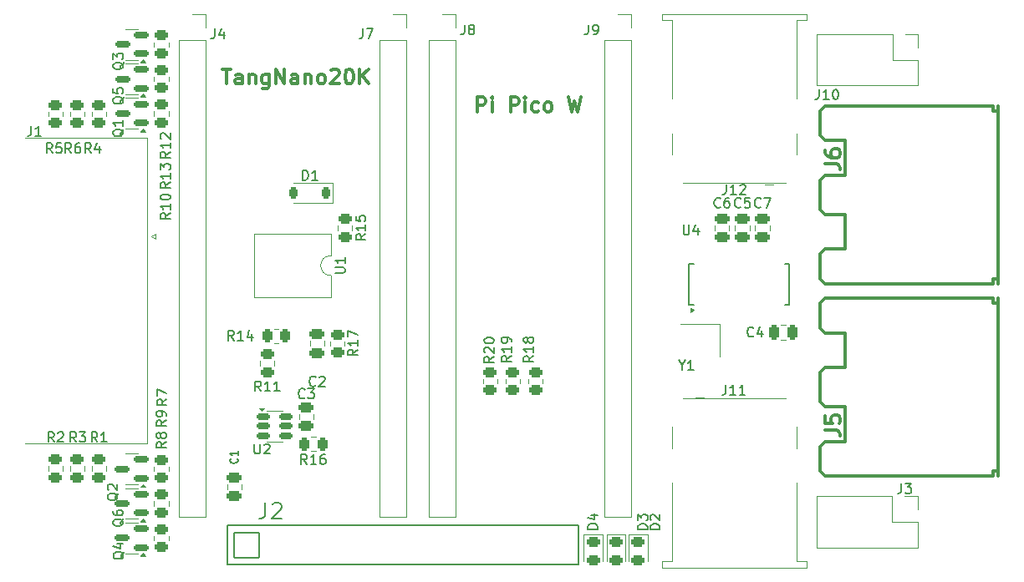
<source format=gto>
G04 #@! TF.GenerationSoftware,KiCad,Pcbnew,8.0.8*
G04 #@! TF.CreationDate,2025-02-03T03:21:26+01:00*
G04 #@! TF.ProjectId,MiSTeryShield20kRPiPico,4d695354-6572-4795-9368-69656c643230,V1*
G04 #@! TF.SameCoordinates,Original*
G04 #@! TF.FileFunction,Legend,Top*
G04 #@! TF.FilePolarity,Positive*
%FSLAX46Y46*%
G04 Gerber Fmt 4.6, Leading zero omitted, Abs format (unit mm)*
G04 Created by KiCad (PCBNEW 8.0.8) date 2025-02-03 03:21:26*
%MOMM*%
%LPD*%
G01*
G04 APERTURE LIST*
G04 Aperture macros list*
%AMRoundRect*
0 Rectangle with rounded corners*
0 $1 Rounding radius*
0 $2 $3 $4 $5 $6 $7 $8 $9 X,Y pos of 4 corners*
0 Add a 4 corners polygon primitive as box body*
4,1,4,$2,$3,$4,$5,$6,$7,$8,$9,$2,$3,0*
0 Add four circle primitives for the rounded corners*
1,1,$1+$1,$2,$3*
1,1,$1+$1,$4,$5*
1,1,$1+$1,$6,$7*
1,1,$1+$1,$8,$9*
0 Add four rect primitives between the rounded corners*
20,1,$1+$1,$2,$3,$4,$5,0*
20,1,$1+$1,$4,$5,$6,$7,0*
20,1,$1+$1,$6,$7,$8,$9,0*
20,1,$1+$1,$8,$9,$2,$3,0*%
G04 Aperture macros list end*
%ADD10C,0.300000*%
%ADD11C,0.150000*%
%ADD12C,0.142240*%
%ADD13C,0.120000*%
%ADD14C,0.127000*%
%ADD15C,0.304800*%
%ADD16R,1.700000X1.700000*%
%ADD17O,1.700000X1.700000*%
%ADD18RoundRect,0.250000X-0.450000X0.262500X-0.450000X-0.262500X0.450000X-0.262500X0.450000X0.262500X0*%
%ADD19RoundRect,0.250000X0.450000X-0.262500X0.450000X0.262500X-0.450000X0.262500X-0.450000X-0.262500X0*%
%ADD20RoundRect,0.063500X1.270000X1.270000X-1.270000X1.270000X-1.270000X-1.270000X1.270000X-1.270000X0*%
%ADD21C,2.667000*%
%ADD22RoundRect,0.250000X-0.475000X0.250000X-0.475000X-0.250000X0.475000X-0.250000X0.475000X0.250000X0*%
%ADD23RoundRect,0.150000X0.587500X0.150000X-0.587500X0.150000X-0.587500X-0.150000X0.587500X-0.150000X0*%
%ADD24C,3.200000*%
%ADD25R,1.400000X1.200000*%
%ADD26RoundRect,0.243750X-0.456250X0.243750X-0.456250X-0.243750X0.456250X-0.243750X0.456250X0.243750X0*%
%ADD27RoundRect,0.250000X-0.262500X-0.450000X0.262500X-0.450000X0.262500X0.450000X-0.262500X0.450000X0*%
%ADD28RoundRect,0.250000X0.475000X-0.250000X0.475000X0.250000X-0.475000X0.250000X-0.475000X-0.250000X0*%
%ADD29C,4.000000*%
%ADD30R,1.600000X1.600000*%
%ADD31C,1.600000*%
%ADD32R,1.780000X2.000000*%
%ADD33C,2.500000*%
%ADD34RoundRect,0.225000X0.225000X0.375000X-0.225000X0.375000X-0.225000X-0.375000X0.225000X-0.375000X0*%
%ADD35RoundRect,0.250000X0.250000X0.475000X-0.250000X0.475000X-0.250000X-0.475000X0.250000X-0.475000X0*%
%ADD36R,1.500000X1.500000*%
%ADD37C,1.500000*%
%ADD38C,3.000000*%
%ADD39R,0.400000X1.200000*%
%ADD40RoundRect,0.150000X-0.512500X-0.150000X0.512500X-0.150000X0.512500X0.150000X-0.512500X0.150000X0*%
G04 APERTURE END LIST*
D10*
X117896510Y-48950828D02*
X117896510Y-47450828D01*
X117896510Y-47450828D02*
X118467939Y-47450828D01*
X118467939Y-47450828D02*
X118610796Y-47522257D01*
X118610796Y-47522257D02*
X118682225Y-47593685D01*
X118682225Y-47593685D02*
X118753653Y-47736542D01*
X118753653Y-47736542D02*
X118753653Y-47950828D01*
X118753653Y-47950828D02*
X118682225Y-48093685D01*
X118682225Y-48093685D02*
X118610796Y-48165114D01*
X118610796Y-48165114D02*
X118467939Y-48236542D01*
X118467939Y-48236542D02*
X117896510Y-48236542D01*
X119396510Y-48950828D02*
X119396510Y-47950828D01*
X119396510Y-47450828D02*
X119325082Y-47522257D01*
X119325082Y-47522257D02*
X119396510Y-47593685D01*
X119396510Y-47593685D02*
X119467939Y-47522257D01*
X119467939Y-47522257D02*
X119396510Y-47450828D01*
X119396510Y-47450828D02*
X119396510Y-47593685D01*
X121253653Y-48950828D02*
X121253653Y-47450828D01*
X121253653Y-47450828D02*
X121825082Y-47450828D01*
X121825082Y-47450828D02*
X121967939Y-47522257D01*
X121967939Y-47522257D02*
X122039368Y-47593685D01*
X122039368Y-47593685D02*
X122110796Y-47736542D01*
X122110796Y-47736542D02*
X122110796Y-47950828D01*
X122110796Y-47950828D02*
X122039368Y-48093685D01*
X122039368Y-48093685D02*
X121967939Y-48165114D01*
X121967939Y-48165114D02*
X121825082Y-48236542D01*
X121825082Y-48236542D02*
X121253653Y-48236542D01*
X122753653Y-48950828D02*
X122753653Y-47950828D01*
X122753653Y-47450828D02*
X122682225Y-47522257D01*
X122682225Y-47522257D02*
X122753653Y-47593685D01*
X122753653Y-47593685D02*
X122825082Y-47522257D01*
X122825082Y-47522257D02*
X122753653Y-47450828D01*
X122753653Y-47450828D02*
X122753653Y-47593685D01*
X124110797Y-48879400D02*
X123967939Y-48950828D01*
X123967939Y-48950828D02*
X123682225Y-48950828D01*
X123682225Y-48950828D02*
X123539368Y-48879400D01*
X123539368Y-48879400D02*
X123467939Y-48807971D01*
X123467939Y-48807971D02*
X123396511Y-48665114D01*
X123396511Y-48665114D02*
X123396511Y-48236542D01*
X123396511Y-48236542D02*
X123467939Y-48093685D01*
X123467939Y-48093685D02*
X123539368Y-48022257D01*
X123539368Y-48022257D02*
X123682225Y-47950828D01*
X123682225Y-47950828D02*
X123967939Y-47950828D01*
X123967939Y-47950828D02*
X124110797Y-48022257D01*
X124967939Y-48950828D02*
X124825082Y-48879400D01*
X124825082Y-48879400D02*
X124753653Y-48807971D01*
X124753653Y-48807971D02*
X124682225Y-48665114D01*
X124682225Y-48665114D02*
X124682225Y-48236542D01*
X124682225Y-48236542D02*
X124753653Y-48093685D01*
X124753653Y-48093685D02*
X124825082Y-48022257D01*
X124825082Y-48022257D02*
X124967939Y-47950828D01*
X124967939Y-47950828D02*
X125182225Y-47950828D01*
X125182225Y-47950828D02*
X125325082Y-48022257D01*
X125325082Y-48022257D02*
X125396511Y-48093685D01*
X125396511Y-48093685D02*
X125467939Y-48236542D01*
X125467939Y-48236542D02*
X125467939Y-48665114D01*
X125467939Y-48665114D02*
X125396511Y-48807971D01*
X125396511Y-48807971D02*
X125325082Y-48879400D01*
X125325082Y-48879400D02*
X125182225Y-48950828D01*
X125182225Y-48950828D02*
X124967939Y-48950828D01*
X127110796Y-47450828D02*
X127467939Y-48950828D01*
X127467939Y-48950828D02*
X127753653Y-47879400D01*
X127753653Y-47879400D02*
X128039368Y-48950828D01*
X128039368Y-48950828D02*
X128396511Y-47450828D01*
X92082225Y-44600828D02*
X92939368Y-44600828D01*
X92510796Y-46100828D02*
X92510796Y-44600828D01*
X94082225Y-46100828D02*
X94082225Y-45315114D01*
X94082225Y-45315114D02*
X94010796Y-45172257D01*
X94010796Y-45172257D02*
X93867939Y-45100828D01*
X93867939Y-45100828D02*
X93582225Y-45100828D01*
X93582225Y-45100828D02*
X93439367Y-45172257D01*
X94082225Y-46029400D02*
X93939367Y-46100828D01*
X93939367Y-46100828D02*
X93582225Y-46100828D01*
X93582225Y-46100828D02*
X93439367Y-46029400D01*
X93439367Y-46029400D02*
X93367939Y-45886542D01*
X93367939Y-45886542D02*
X93367939Y-45743685D01*
X93367939Y-45743685D02*
X93439367Y-45600828D01*
X93439367Y-45600828D02*
X93582225Y-45529400D01*
X93582225Y-45529400D02*
X93939367Y-45529400D01*
X93939367Y-45529400D02*
X94082225Y-45457971D01*
X94796510Y-45100828D02*
X94796510Y-46100828D01*
X94796510Y-45243685D02*
X94867939Y-45172257D01*
X94867939Y-45172257D02*
X95010796Y-45100828D01*
X95010796Y-45100828D02*
X95225082Y-45100828D01*
X95225082Y-45100828D02*
X95367939Y-45172257D01*
X95367939Y-45172257D02*
X95439368Y-45315114D01*
X95439368Y-45315114D02*
X95439368Y-46100828D01*
X96796511Y-45100828D02*
X96796511Y-46315114D01*
X96796511Y-46315114D02*
X96725082Y-46457971D01*
X96725082Y-46457971D02*
X96653653Y-46529400D01*
X96653653Y-46529400D02*
X96510796Y-46600828D01*
X96510796Y-46600828D02*
X96296511Y-46600828D01*
X96296511Y-46600828D02*
X96153653Y-46529400D01*
X96796511Y-46029400D02*
X96653653Y-46100828D01*
X96653653Y-46100828D02*
X96367939Y-46100828D01*
X96367939Y-46100828D02*
X96225082Y-46029400D01*
X96225082Y-46029400D02*
X96153653Y-45957971D01*
X96153653Y-45957971D02*
X96082225Y-45815114D01*
X96082225Y-45815114D02*
X96082225Y-45386542D01*
X96082225Y-45386542D02*
X96153653Y-45243685D01*
X96153653Y-45243685D02*
X96225082Y-45172257D01*
X96225082Y-45172257D02*
X96367939Y-45100828D01*
X96367939Y-45100828D02*
X96653653Y-45100828D01*
X96653653Y-45100828D02*
X96796511Y-45172257D01*
X97510796Y-46100828D02*
X97510796Y-44600828D01*
X97510796Y-44600828D02*
X98367939Y-46100828D01*
X98367939Y-46100828D02*
X98367939Y-44600828D01*
X99725083Y-46100828D02*
X99725083Y-45315114D01*
X99725083Y-45315114D02*
X99653654Y-45172257D01*
X99653654Y-45172257D02*
X99510797Y-45100828D01*
X99510797Y-45100828D02*
X99225083Y-45100828D01*
X99225083Y-45100828D02*
X99082225Y-45172257D01*
X99725083Y-46029400D02*
X99582225Y-46100828D01*
X99582225Y-46100828D02*
X99225083Y-46100828D01*
X99225083Y-46100828D02*
X99082225Y-46029400D01*
X99082225Y-46029400D02*
X99010797Y-45886542D01*
X99010797Y-45886542D02*
X99010797Y-45743685D01*
X99010797Y-45743685D02*
X99082225Y-45600828D01*
X99082225Y-45600828D02*
X99225083Y-45529400D01*
X99225083Y-45529400D02*
X99582225Y-45529400D01*
X99582225Y-45529400D02*
X99725083Y-45457971D01*
X100439368Y-45100828D02*
X100439368Y-46100828D01*
X100439368Y-45243685D02*
X100510797Y-45172257D01*
X100510797Y-45172257D02*
X100653654Y-45100828D01*
X100653654Y-45100828D02*
X100867940Y-45100828D01*
X100867940Y-45100828D02*
X101010797Y-45172257D01*
X101010797Y-45172257D02*
X101082226Y-45315114D01*
X101082226Y-45315114D02*
X101082226Y-46100828D01*
X102010797Y-46100828D02*
X101867940Y-46029400D01*
X101867940Y-46029400D02*
X101796511Y-45957971D01*
X101796511Y-45957971D02*
X101725083Y-45815114D01*
X101725083Y-45815114D02*
X101725083Y-45386542D01*
X101725083Y-45386542D02*
X101796511Y-45243685D01*
X101796511Y-45243685D02*
X101867940Y-45172257D01*
X101867940Y-45172257D02*
X102010797Y-45100828D01*
X102010797Y-45100828D02*
X102225083Y-45100828D01*
X102225083Y-45100828D02*
X102367940Y-45172257D01*
X102367940Y-45172257D02*
X102439369Y-45243685D01*
X102439369Y-45243685D02*
X102510797Y-45386542D01*
X102510797Y-45386542D02*
X102510797Y-45815114D01*
X102510797Y-45815114D02*
X102439369Y-45957971D01*
X102439369Y-45957971D02*
X102367940Y-46029400D01*
X102367940Y-46029400D02*
X102225083Y-46100828D01*
X102225083Y-46100828D02*
X102010797Y-46100828D01*
X103082226Y-44743685D02*
X103153654Y-44672257D01*
X103153654Y-44672257D02*
X103296512Y-44600828D01*
X103296512Y-44600828D02*
X103653654Y-44600828D01*
X103653654Y-44600828D02*
X103796512Y-44672257D01*
X103796512Y-44672257D02*
X103867940Y-44743685D01*
X103867940Y-44743685D02*
X103939369Y-44886542D01*
X103939369Y-44886542D02*
X103939369Y-45029400D01*
X103939369Y-45029400D02*
X103867940Y-45243685D01*
X103867940Y-45243685D02*
X103010797Y-46100828D01*
X103010797Y-46100828D02*
X103939369Y-46100828D01*
X104867940Y-44600828D02*
X105010797Y-44600828D01*
X105010797Y-44600828D02*
X105153654Y-44672257D01*
X105153654Y-44672257D02*
X105225083Y-44743685D01*
X105225083Y-44743685D02*
X105296511Y-44886542D01*
X105296511Y-44886542D02*
X105367940Y-45172257D01*
X105367940Y-45172257D02*
X105367940Y-45529400D01*
X105367940Y-45529400D02*
X105296511Y-45815114D01*
X105296511Y-45815114D02*
X105225083Y-45957971D01*
X105225083Y-45957971D02*
X105153654Y-46029400D01*
X105153654Y-46029400D02*
X105010797Y-46100828D01*
X105010797Y-46100828D02*
X104867940Y-46100828D01*
X104867940Y-46100828D02*
X104725083Y-46029400D01*
X104725083Y-46029400D02*
X104653654Y-45957971D01*
X104653654Y-45957971D02*
X104582225Y-45815114D01*
X104582225Y-45815114D02*
X104510797Y-45529400D01*
X104510797Y-45529400D02*
X104510797Y-45172257D01*
X104510797Y-45172257D02*
X104582225Y-44886542D01*
X104582225Y-44886542D02*
X104653654Y-44743685D01*
X104653654Y-44743685D02*
X104725083Y-44672257D01*
X104725083Y-44672257D02*
X104867940Y-44600828D01*
X106010796Y-46100828D02*
X106010796Y-44600828D01*
X106867939Y-46100828D02*
X106225082Y-45243685D01*
X106867939Y-44600828D02*
X106010796Y-45457971D01*
D11*
X129158666Y-40104819D02*
X129158666Y-40819104D01*
X129158666Y-40819104D02*
X129111047Y-40961961D01*
X129111047Y-40961961D02*
X129015809Y-41057200D01*
X129015809Y-41057200D02*
X128872952Y-41104819D01*
X128872952Y-41104819D02*
X128777714Y-41104819D01*
X129682476Y-41104819D02*
X129872952Y-41104819D01*
X129872952Y-41104819D02*
X129968190Y-41057200D01*
X129968190Y-41057200D02*
X130015809Y-41009580D01*
X130015809Y-41009580D02*
X130111047Y-40866723D01*
X130111047Y-40866723D02*
X130158666Y-40676247D01*
X130158666Y-40676247D02*
X130158666Y-40295295D01*
X130158666Y-40295295D02*
X130111047Y-40200057D01*
X130111047Y-40200057D02*
X130063428Y-40152438D01*
X130063428Y-40152438D02*
X129968190Y-40104819D01*
X129968190Y-40104819D02*
X129777714Y-40104819D01*
X129777714Y-40104819D02*
X129682476Y-40152438D01*
X129682476Y-40152438D02*
X129634857Y-40200057D01*
X129634857Y-40200057D02*
X129587238Y-40295295D01*
X129587238Y-40295295D02*
X129587238Y-40533390D01*
X129587238Y-40533390D02*
X129634857Y-40628628D01*
X129634857Y-40628628D02*
X129682476Y-40676247D01*
X129682476Y-40676247D02*
X129777714Y-40723866D01*
X129777714Y-40723866D02*
X129968190Y-40723866D01*
X129968190Y-40723866D02*
X130063428Y-40676247D01*
X130063428Y-40676247D02*
X130111047Y-40628628D01*
X130111047Y-40628628D02*
X130158666Y-40533390D01*
X116608666Y-40104819D02*
X116608666Y-40819104D01*
X116608666Y-40819104D02*
X116561047Y-40961961D01*
X116561047Y-40961961D02*
X116465809Y-41057200D01*
X116465809Y-41057200D02*
X116322952Y-41104819D01*
X116322952Y-41104819D02*
X116227714Y-41104819D01*
X117227714Y-40533390D02*
X117132476Y-40485771D01*
X117132476Y-40485771D02*
X117084857Y-40438152D01*
X117084857Y-40438152D02*
X117037238Y-40342914D01*
X117037238Y-40342914D02*
X117037238Y-40295295D01*
X117037238Y-40295295D02*
X117084857Y-40200057D01*
X117084857Y-40200057D02*
X117132476Y-40152438D01*
X117132476Y-40152438D02*
X117227714Y-40104819D01*
X117227714Y-40104819D02*
X117418190Y-40104819D01*
X117418190Y-40104819D02*
X117513428Y-40152438D01*
X117513428Y-40152438D02*
X117561047Y-40200057D01*
X117561047Y-40200057D02*
X117608666Y-40295295D01*
X117608666Y-40295295D02*
X117608666Y-40342914D01*
X117608666Y-40342914D02*
X117561047Y-40438152D01*
X117561047Y-40438152D02*
X117513428Y-40485771D01*
X117513428Y-40485771D02*
X117418190Y-40533390D01*
X117418190Y-40533390D02*
X117227714Y-40533390D01*
X117227714Y-40533390D02*
X117132476Y-40581009D01*
X117132476Y-40581009D02*
X117084857Y-40628628D01*
X117084857Y-40628628D02*
X117037238Y-40723866D01*
X117037238Y-40723866D02*
X117037238Y-40914342D01*
X117037238Y-40914342D02*
X117084857Y-41009580D01*
X117084857Y-41009580D02*
X117132476Y-41057200D01*
X117132476Y-41057200D02*
X117227714Y-41104819D01*
X117227714Y-41104819D02*
X117418190Y-41104819D01*
X117418190Y-41104819D02*
X117513428Y-41057200D01*
X117513428Y-41057200D02*
X117561047Y-41009580D01*
X117561047Y-41009580D02*
X117608666Y-40914342D01*
X117608666Y-40914342D02*
X117608666Y-40723866D01*
X117608666Y-40723866D02*
X117561047Y-40628628D01*
X117561047Y-40628628D02*
X117513428Y-40581009D01*
X117513428Y-40581009D02*
X117418190Y-40533390D01*
X106308666Y-40504819D02*
X106308666Y-41219104D01*
X106308666Y-41219104D02*
X106261047Y-41361961D01*
X106261047Y-41361961D02*
X106165809Y-41457200D01*
X106165809Y-41457200D02*
X106022952Y-41504819D01*
X106022952Y-41504819D02*
X105927714Y-41504819D01*
X106689619Y-40504819D02*
X107356285Y-40504819D01*
X107356285Y-40504819D02*
X106927714Y-41504819D01*
X91308666Y-40504819D02*
X91308666Y-41219104D01*
X91308666Y-41219104D02*
X91261047Y-41361961D01*
X91261047Y-41361961D02*
X91165809Y-41457200D01*
X91165809Y-41457200D02*
X91022952Y-41504819D01*
X91022952Y-41504819D02*
X90927714Y-41504819D01*
X92213428Y-40838152D02*
X92213428Y-41504819D01*
X91975333Y-40457200D02*
X91737238Y-41171485D01*
X91737238Y-41171485D02*
X92356285Y-41171485D01*
X95999142Y-77254819D02*
X95665809Y-76778628D01*
X95427714Y-77254819D02*
X95427714Y-76254819D01*
X95427714Y-76254819D02*
X95808666Y-76254819D01*
X95808666Y-76254819D02*
X95903904Y-76302438D01*
X95903904Y-76302438D02*
X95951523Y-76350057D01*
X95951523Y-76350057D02*
X95999142Y-76445295D01*
X95999142Y-76445295D02*
X95999142Y-76588152D01*
X95999142Y-76588152D02*
X95951523Y-76683390D01*
X95951523Y-76683390D02*
X95903904Y-76731009D01*
X95903904Y-76731009D02*
X95808666Y-76778628D01*
X95808666Y-76778628D02*
X95427714Y-76778628D01*
X96951523Y-77254819D02*
X96380095Y-77254819D01*
X96665809Y-77254819D02*
X96665809Y-76254819D01*
X96665809Y-76254819D02*
X96570571Y-76397676D01*
X96570571Y-76397676D02*
X96475333Y-76492914D01*
X96475333Y-76492914D02*
X96380095Y-76540533D01*
X97903904Y-77254819D02*
X97332476Y-77254819D01*
X97618190Y-77254819D02*
X97618190Y-76254819D01*
X97618190Y-76254819D02*
X97522952Y-76397676D01*
X97522952Y-76397676D02*
X97427714Y-76492914D01*
X97427714Y-76492914D02*
X97332476Y-76540533D01*
X123596819Y-73692857D02*
X123120628Y-74026190D01*
X123596819Y-74264285D02*
X122596819Y-74264285D01*
X122596819Y-74264285D02*
X122596819Y-73883333D01*
X122596819Y-73883333D02*
X122644438Y-73788095D01*
X122644438Y-73788095D02*
X122692057Y-73740476D01*
X122692057Y-73740476D02*
X122787295Y-73692857D01*
X122787295Y-73692857D02*
X122930152Y-73692857D01*
X122930152Y-73692857D02*
X123025390Y-73740476D01*
X123025390Y-73740476D02*
X123073009Y-73788095D01*
X123073009Y-73788095D02*
X123120628Y-73883333D01*
X123120628Y-73883333D02*
X123120628Y-74264285D01*
X123596819Y-72740476D02*
X123596819Y-73311904D01*
X123596819Y-73026190D02*
X122596819Y-73026190D01*
X122596819Y-73026190D02*
X122739676Y-73121428D01*
X122739676Y-73121428D02*
X122834914Y-73216666D01*
X122834914Y-73216666D02*
X122882533Y-73311904D01*
X123025390Y-72169047D02*
X122977771Y-72264285D01*
X122977771Y-72264285D02*
X122930152Y-72311904D01*
X122930152Y-72311904D02*
X122834914Y-72359523D01*
X122834914Y-72359523D02*
X122787295Y-72359523D01*
X122787295Y-72359523D02*
X122692057Y-72311904D01*
X122692057Y-72311904D02*
X122644438Y-72264285D01*
X122644438Y-72264285D02*
X122596819Y-72169047D01*
X122596819Y-72169047D02*
X122596819Y-71978571D01*
X122596819Y-71978571D02*
X122644438Y-71883333D01*
X122644438Y-71883333D02*
X122692057Y-71835714D01*
X122692057Y-71835714D02*
X122787295Y-71788095D01*
X122787295Y-71788095D02*
X122834914Y-71788095D01*
X122834914Y-71788095D02*
X122930152Y-71835714D01*
X122930152Y-71835714D02*
X122977771Y-71883333D01*
X122977771Y-71883333D02*
X123025390Y-71978571D01*
X123025390Y-71978571D02*
X123025390Y-72169047D01*
X123025390Y-72169047D02*
X123073009Y-72264285D01*
X123073009Y-72264285D02*
X123120628Y-72311904D01*
X123120628Y-72311904D02*
X123215866Y-72359523D01*
X123215866Y-72359523D02*
X123406342Y-72359523D01*
X123406342Y-72359523D02*
X123501580Y-72311904D01*
X123501580Y-72311904D02*
X123549200Y-72264285D01*
X123549200Y-72264285D02*
X123596819Y-72169047D01*
X123596819Y-72169047D02*
X123596819Y-71978571D01*
X123596819Y-71978571D02*
X123549200Y-71883333D01*
X123549200Y-71883333D02*
X123501580Y-71835714D01*
X123501580Y-71835714D02*
X123406342Y-71788095D01*
X123406342Y-71788095D02*
X123215866Y-71788095D01*
X123215866Y-71788095D02*
X123120628Y-71835714D01*
X123120628Y-71835714D02*
X123073009Y-71883333D01*
X123073009Y-71883333D02*
X123025390Y-71978571D01*
X86396819Y-82416666D02*
X85920628Y-82749999D01*
X86396819Y-82988094D02*
X85396819Y-82988094D01*
X85396819Y-82988094D02*
X85396819Y-82607142D01*
X85396819Y-82607142D02*
X85444438Y-82511904D01*
X85444438Y-82511904D02*
X85492057Y-82464285D01*
X85492057Y-82464285D02*
X85587295Y-82416666D01*
X85587295Y-82416666D02*
X85730152Y-82416666D01*
X85730152Y-82416666D02*
X85825390Y-82464285D01*
X85825390Y-82464285D02*
X85873009Y-82511904D01*
X85873009Y-82511904D02*
X85920628Y-82607142D01*
X85920628Y-82607142D02*
X85920628Y-82988094D01*
X85825390Y-81845237D02*
X85777771Y-81940475D01*
X85777771Y-81940475D02*
X85730152Y-81988094D01*
X85730152Y-81988094D02*
X85634914Y-82035713D01*
X85634914Y-82035713D02*
X85587295Y-82035713D01*
X85587295Y-82035713D02*
X85492057Y-81988094D01*
X85492057Y-81988094D02*
X85444438Y-81940475D01*
X85444438Y-81940475D02*
X85396819Y-81845237D01*
X85396819Y-81845237D02*
X85396819Y-81654761D01*
X85396819Y-81654761D02*
X85444438Y-81559523D01*
X85444438Y-81559523D02*
X85492057Y-81511904D01*
X85492057Y-81511904D02*
X85587295Y-81464285D01*
X85587295Y-81464285D02*
X85634914Y-81464285D01*
X85634914Y-81464285D02*
X85730152Y-81511904D01*
X85730152Y-81511904D02*
X85777771Y-81559523D01*
X85777771Y-81559523D02*
X85825390Y-81654761D01*
X85825390Y-81654761D02*
X85825390Y-81845237D01*
X85825390Y-81845237D02*
X85873009Y-81940475D01*
X85873009Y-81940475D02*
X85920628Y-81988094D01*
X85920628Y-81988094D02*
X86015866Y-82035713D01*
X86015866Y-82035713D02*
X86206342Y-82035713D01*
X86206342Y-82035713D02*
X86301580Y-81988094D01*
X86301580Y-81988094D02*
X86349200Y-81940475D01*
X86349200Y-81940475D02*
X86396819Y-81845237D01*
X86396819Y-81845237D02*
X86396819Y-81654761D01*
X86396819Y-81654761D02*
X86349200Y-81559523D01*
X86349200Y-81559523D02*
X86301580Y-81511904D01*
X86301580Y-81511904D02*
X86206342Y-81464285D01*
X86206342Y-81464285D02*
X86015866Y-81464285D01*
X86015866Y-81464285D02*
X85920628Y-81511904D01*
X85920628Y-81511904D02*
X85873009Y-81559523D01*
X85873009Y-81559523D02*
X85825390Y-81654761D01*
D12*
X96442404Y-88556657D02*
X96442404Y-89725057D01*
X96442404Y-89725057D02*
X96364511Y-89958737D01*
X96364511Y-89958737D02*
X96208724Y-90114524D01*
X96208724Y-90114524D02*
X95975044Y-90192417D01*
X95975044Y-90192417D02*
X95819258Y-90192417D01*
X97143444Y-88712444D02*
X97221337Y-88634550D01*
X97221337Y-88634550D02*
X97377124Y-88556657D01*
X97377124Y-88556657D02*
X97766591Y-88556657D01*
X97766591Y-88556657D02*
X97922377Y-88634550D01*
X97922377Y-88634550D02*
X98000271Y-88712444D01*
X98000271Y-88712444D02*
X98078164Y-88868230D01*
X98078164Y-88868230D02*
X98078164Y-89024017D01*
X98078164Y-89024017D02*
X98000271Y-89257697D01*
X98000271Y-89257697D02*
X97065551Y-90192417D01*
X97065551Y-90192417D02*
X98078164Y-90192417D01*
D11*
X142525333Y-58559580D02*
X142477714Y-58607200D01*
X142477714Y-58607200D02*
X142334857Y-58654819D01*
X142334857Y-58654819D02*
X142239619Y-58654819D01*
X142239619Y-58654819D02*
X142096762Y-58607200D01*
X142096762Y-58607200D02*
X142001524Y-58511961D01*
X142001524Y-58511961D02*
X141953905Y-58416723D01*
X141953905Y-58416723D02*
X141906286Y-58226247D01*
X141906286Y-58226247D02*
X141906286Y-58083390D01*
X141906286Y-58083390D02*
X141953905Y-57892914D01*
X141953905Y-57892914D02*
X142001524Y-57797676D01*
X142001524Y-57797676D02*
X142096762Y-57702438D01*
X142096762Y-57702438D02*
X142239619Y-57654819D01*
X142239619Y-57654819D02*
X142334857Y-57654819D01*
X142334857Y-57654819D02*
X142477714Y-57702438D01*
X142477714Y-57702438D02*
X142525333Y-57750057D01*
X143382476Y-57654819D02*
X143192000Y-57654819D01*
X143192000Y-57654819D02*
X143096762Y-57702438D01*
X143096762Y-57702438D02*
X143049143Y-57750057D01*
X143049143Y-57750057D02*
X142953905Y-57892914D01*
X142953905Y-57892914D02*
X142906286Y-58083390D01*
X142906286Y-58083390D02*
X142906286Y-58464342D01*
X142906286Y-58464342D02*
X142953905Y-58559580D01*
X142953905Y-58559580D02*
X143001524Y-58607200D01*
X143001524Y-58607200D02*
X143096762Y-58654819D01*
X143096762Y-58654819D02*
X143287238Y-58654819D01*
X143287238Y-58654819D02*
X143382476Y-58607200D01*
X143382476Y-58607200D02*
X143430095Y-58559580D01*
X143430095Y-58559580D02*
X143477714Y-58464342D01*
X143477714Y-58464342D02*
X143477714Y-58226247D01*
X143477714Y-58226247D02*
X143430095Y-58131009D01*
X143430095Y-58131009D02*
X143382476Y-58083390D01*
X143382476Y-58083390D02*
X143287238Y-58035771D01*
X143287238Y-58035771D02*
X143096762Y-58035771D01*
X143096762Y-58035771D02*
X143001524Y-58083390D01*
X143001524Y-58083390D02*
X142953905Y-58131009D01*
X142953905Y-58131009D02*
X142906286Y-58226247D01*
X82142057Y-93545238D02*
X82094438Y-93640476D01*
X82094438Y-93640476D02*
X81999200Y-93735714D01*
X81999200Y-93735714D02*
X81856342Y-93878571D01*
X81856342Y-93878571D02*
X81808723Y-93973809D01*
X81808723Y-93973809D02*
X81808723Y-94069047D01*
X82046819Y-94021428D02*
X81999200Y-94116666D01*
X81999200Y-94116666D02*
X81903961Y-94211904D01*
X81903961Y-94211904D02*
X81713485Y-94259523D01*
X81713485Y-94259523D02*
X81380152Y-94259523D01*
X81380152Y-94259523D02*
X81189676Y-94211904D01*
X81189676Y-94211904D02*
X81094438Y-94116666D01*
X81094438Y-94116666D02*
X81046819Y-94021428D01*
X81046819Y-94021428D02*
X81046819Y-93830952D01*
X81046819Y-93830952D02*
X81094438Y-93735714D01*
X81094438Y-93735714D02*
X81189676Y-93640476D01*
X81189676Y-93640476D02*
X81380152Y-93592857D01*
X81380152Y-93592857D02*
X81713485Y-93592857D01*
X81713485Y-93592857D02*
X81903961Y-93640476D01*
X81903961Y-93640476D02*
X81999200Y-93735714D01*
X81999200Y-93735714D02*
X82046819Y-93830952D01*
X82046819Y-93830952D02*
X82046819Y-94021428D01*
X81380152Y-92735714D02*
X82046819Y-92735714D01*
X80999200Y-92973809D02*
X81713485Y-93211904D01*
X81713485Y-93211904D02*
X81713485Y-92592857D01*
X106596819Y-61342857D02*
X106120628Y-61676190D01*
X106596819Y-61914285D02*
X105596819Y-61914285D01*
X105596819Y-61914285D02*
X105596819Y-61533333D01*
X105596819Y-61533333D02*
X105644438Y-61438095D01*
X105644438Y-61438095D02*
X105692057Y-61390476D01*
X105692057Y-61390476D02*
X105787295Y-61342857D01*
X105787295Y-61342857D02*
X105930152Y-61342857D01*
X105930152Y-61342857D02*
X106025390Y-61390476D01*
X106025390Y-61390476D02*
X106073009Y-61438095D01*
X106073009Y-61438095D02*
X106120628Y-61533333D01*
X106120628Y-61533333D02*
X106120628Y-61914285D01*
X106596819Y-60390476D02*
X106596819Y-60961904D01*
X106596819Y-60676190D02*
X105596819Y-60676190D01*
X105596819Y-60676190D02*
X105739676Y-60771428D01*
X105739676Y-60771428D02*
X105834914Y-60866666D01*
X105834914Y-60866666D02*
X105882533Y-60961904D01*
X105596819Y-59485714D02*
X105596819Y-59961904D01*
X105596819Y-59961904D02*
X106073009Y-60009523D01*
X106073009Y-60009523D02*
X106025390Y-59961904D01*
X106025390Y-59961904D02*
X105977771Y-59866666D01*
X105977771Y-59866666D02*
X105977771Y-59628571D01*
X105977771Y-59628571D02*
X106025390Y-59533333D01*
X106025390Y-59533333D02*
X106073009Y-59485714D01*
X106073009Y-59485714D02*
X106168247Y-59438095D01*
X106168247Y-59438095D02*
X106406342Y-59438095D01*
X106406342Y-59438095D02*
X106501580Y-59485714D01*
X106501580Y-59485714D02*
X106549200Y-59533333D01*
X106549200Y-59533333D02*
X106596819Y-59628571D01*
X106596819Y-59628571D02*
X106596819Y-59866666D01*
X106596819Y-59866666D02*
X106549200Y-59961904D01*
X106549200Y-59961904D02*
X106501580Y-60009523D01*
X152532476Y-46654819D02*
X152532476Y-47369104D01*
X152532476Y-47369104D02*
X152484857Y-47511961D01*
X152484857Y-47511961D02*
X152389619Y-47607200D01*
X152389619Y-47607200D02*
X152246762Y-47654819D01*
X152246762Y-47654819D02*
X152151524Y-47654819D01*
X153532476Y-47654819D02*
X152961048Y-47654819D01*
X153246762Y-47654819D02*
X153246762Y-46654819D01*
X153246762Y-46654819D02*
X153151524Y-46797676D01*
X153151524Y-46797676D02*
X153056286Y-46892914D01*
X153056286Y-46892914D02*
X152961048Y-46940533D01*
X154151524Y-46654819D02*
X154246762Y-46654819D01*
X154246762Y-46654819D02*
X154342000Y-46702438D01*
X154342000Y-46702438D02*
X154389619Y-46750057D01*
X154389619Y-46750057D02*
X154437238Y-46845295D01*
X154437238Y-46845295D02*
X154484857Y-47035771D01*
X154484857Y-47035771D02*
X154484857Y-47273866D01*
X154484857Y-47273866D02*
X154437238Y-47464342D01*
X154437238Y-47464342D02*
X154389619Y-47559580D01*
X154389619Y-47559580D02*
X154342000Y-47607200D01*
X154342000Y-47607200D02*
X154246762Y-47654819D01*
X154246762Y-47654819D02*
X154151524Y-47654819D01*
X154151524Y-47654819D02*
X154056286Y-47607200D01*
X154056286Y-47607200D02*
X154008667Y-47559580D01*
X154008667Y-47559580D02*
X153961048Y-47464342D01*
X153961048Y-47464342D02*
X153913429Y-47273866D01*
X153913429Y-47273866D02*
X153913429Y-47035771D01*
X153913429Y-47035771D02*
X153961048Y-46845295D01*
X153961048Y-46845295D02*
X154008667Y-46750057D01*
X154008667Y-46750057D02*
X154056286Y-46702438D01*
X154056286Y-46702438D02*
X154151524Y-46654819D01*
X138615809Y-74628628D02*
X138615809Y-75104819D01*
X138282476Y-74104819D02*
X138615809Y-74628628D01*
X138615809Y-74628628D02*
X138949142Y-74104819D01*
X139806285Y-75104819D02*
X139234857Y-75104819D01*
X139520571Y-75104819D02*
X139520571Y-74104819D01*
X139520571Y-74104819D02*
X139425333Y-74247676D01*
X139425333Y-74247676D02*
X139330095Y-74342914D01*
X139330095Y-74342914D02*
X139234857Y-74390533D01*
X86796819Y-56092857D02*
X86320628Y-56426190D01*
X86796819Y-56664285D02*
X85796819Y-56664285D01*
X85796819Y-56664285D02*
X85796819Y-56283333D01*
X85796819Y-56283333D02*
X85844438Y-56188095D01*
X85844438Y-56188095D02*
X85892057Y-56140476D01*
X85892057Y-56140476D02*
X85987295Y-56092857D01*
X85987295Y-56092857D02*
X86130152Y-56092857D01*
X86130152Y-56092857D02*
X86225390Y-56140476D01*
X86225390Y-56140476D02*
X86273009Y-56188095D01*
X86273009Y-56188095D02*
X86320628Y-56283333D01*
X86320628Y-56283333D02*
X86320628Y-56664285D01*
X86796819Y-55140476D02*
X86796819Y-55711904D01*
X86796819Y-55426190D02*
X85796819Y-55426190D01*
X85796819Y-55426190D02*
X85939676Y-55521428D01*
X85939676Y-55521428D02*
X86034914Y-55616666D01*
X86034914Y-55616666D02*
X86082533Y-55711904D01*
X85796819Y-54807142D02*
X85796819Y-54188095D01*
X85796819Y-54188095D02*
X86177771Y-54521428D01*
X86177771Y-54521428D02*
X86177771Y-54378571D01*
X86177771Y-54378571D02*
X86225390Y-54283333D01*
X86225390Y-54283333D02*
X86273009Y-54235714D01*
X86273009Y-54235714D02*
X86368247Y-54188095D01*
X86368247Y-54188095D02*
X86606342Y-54188095D01*
X86606342Y-54188095D02*
X86701580Y-54235714D01*
X86701580Y-54235714D02*
X86749200Y-54283333D01*
X86749200Y-54283333D02*
X86796819Y-54378571D01*
X86796819Y-54378571D02*
X86796819Y-54664285D01*
X86796819Y-54664285D02*
X86749200Y-54759523D01*
X86749200Y-54759523D02*
X86701580Y-54807142D01*
X144592833Y-58559580D02*
X144545214Y-58607200D01*
X144545214Y-58607200D02*
X144402357Y-58654819D01*
X144402357Y-58654819D02*
X144307119Y-58654819D01*
X144307119Y-58654819D02*
X144164262Y-58607200D01*
X144164262Y-58607200D02*
X144069024Y-58511961D01*
X144069024Y-58511961D02*
X144021405Y-58416723D01*
X144021405Y-58416723D02*
X143973786Y-58226247D01*
X143973786Y-58226247D02*
X143973786Y-58083390D01*
X143973786Y-58083390D02*
X144021405Y-57892914D01*
X144021405Y-57892914D02*
X144069024Y-57797676D01*
X144069024Y-57797676D02*
X144164262Y-57702438D01*
X144164262Y-57702438D02*
X144307119Y-57654819D01*
X144307119Y-57654819D02*
X144402357Y-57654819D01*
X144402357Y-57654819D02*
X144545214Y-57702438D01*
X144545214Y-57702438D02*
X144592833Y-57750057D01*
X145497595Y-57654819D02*
X145021405Y-57654819D01*
X145021405Y-57654819D02*
X144973786Y-58131009D01*
X144973786Y-58131009D02*
X145021405Y-58083390D01*
X145021405Y-58083390D02*
X145116643Y-58035771D01*
X145116643Y-58035771D02*
X145354738Y-58035771D01*
X145354738Y-58035771D02*
X145449976Y-58083390D01*
X145449976Y-58083390D02*
X145497595Y-58131009D01*
X145497595Y-58131009D02*
X145545214Y-58226247D01*
X145545214Y-58226247D02*
X145545214Y-58464342D01*
X145545214Y-58464342D02*
X145497595Y-58559580D01*
X145497595Y-58559580D02*
X145449976Y-58607200D01*
X145449976Y-58607200D02*
X145354738Y-58654819D01*
X145354738Y-58654819D02*
X145116643Y-58654819D01*
X145116643Y-58654819D02*
X145021405Y-58607200D01*
X145021405Y-58607200D02*
X144973786Y-58559580D01*
X135146819Y-91288094D02*
X134146819Y-91288094D01*
X134146819Y-91288094D02*
X134146819Y-91049999D01*
X134146819Y-91049999D02*
X134194438Y-90907142D01*
X134194438Y-90907142D02*
X134289676Y-90811904D01*
X134289676Y-90811904D02*
X134384914Y-90764285D01*
X134384914Y-90764285D02*
X134575390Y-90716666D01*
X134575390Y-90716666D02*
X134718247Y-90716666D01*
X134718247Y-90716666D02*
X134908723Y-90764285D01*
X134908723Y-90764285D02*
X135003961Y-90811904D01*
X135003961Y-90811904D02*
X135099200Y-90907142D01*
X135099200Y-90907142D02*
X135146819Y-91049999D01*
X135146819Y-91049999D02*
X135146819Y-91288094D01*
X134146819Y-90383332D02*
X134146819Y-89764285D01*
X134146819Y-89764285D02*
X134527771Y-90097618D01*
X134527771Y-90097618D02*
X134527771Y-89954761D01*
X134527771Y-89954761D02*
X134575390Y-89859523D01*
X134575390Y-89859523D02*
X134623009Y-89811904D01*
X134623009Y-89811904D02*
X134718247Y-89764285D01*
X134718247Y-89764285D02*
X134956342Y-89764285D01*
X134956342Y-89764285D02*
X135051580Y-89811904D01*
X135051580Y-89811904D02*
X135099200Y-89859523D01*
X135099200Y-89859523D02*
X135146819Y-89954761D01*
X135146819Y-89954761D02*
X135146819Y-90240475D01*
X135146819Y-90240475D02*
X135099200Y-90335713D01*
X135099200Y-90335713D02*
X135051580Y-90383332D01*
X146625333Y-58559580D02*
X146577714Y-58607200D01*
X146577714Y-58607200D02*
X146434857Y-58654819D01*
X146434857Y-58654819D02*
X146339619Y-58654819D01*
X146339619Y-58654819D02*
X146196762Y-58607200D01*
X146196762Y-58607200D02*
X146101524Y-58511961D01*
X146101524Y-58511961D02*
X146053905Y-58416723D01*
X146053905Y-58416723D02*
X146006286Y-58226247D01*
X146006286Y-58226247D02*
X146006286Y-58083390D01*
X146006286Y-58083390D02*
X146053905Y-57892914D01*
X146053905Y-57892914D02*
X146101524Y-57797676D01*
X146101524Y-57797676D02*
X146196762Y-57702438D01*
X146196762Y-57702438D02*
X146339619Y-57654819D01*
X146339619Y-57654819D02*
X146434857Y-57654819D01*
X146434857Y-57654819D02*
X146577714Y-57702438D01*
X146577714Y-57702438D02*
X146625333Y-57750057D01*
X146958667Y-57654819D02*
X147625333Y-57654819D01*
X147625333Y-57654819D02*
X147196762Y-58654819D01*
X93249142Y-72104819D02*
X92915809Y-71628628D01*
X92677714Y-72104819D02*
X92677714Y-71104819D01*
X92677714Y-71104819D02*
X93058666Y-71104819D01*
X93058666Y-71104819D02*
X93153904Y-71152438D01*
X93153904Y-71152438D02*
X93201523Y-71200057D01*
X93201523Y-71200057D02*
X93249142Y-71295295D01*
X93249142Y-71295295D02*
X93249142Y-71438152D01*
X93249142Y-71438152D02*
X93201523Y-71533390D01*
X93201523Y-71533390D02*
X93153904Y-71581009D01*
X93153904Y-71581009D02*
X93058666Y-71628628D01*
X93058666Y-71628628D02*
X92677714Y-71628628D01*
X94201523Y-72104819D02*
X93630095Y-72104819D01*
X93915809Y-72104819D02*
X93915809Y-71104819D01*
X93915809Y-71104819D02*
X93820571Y-71247676D01*
X93820571Y-71247676D02*
X93725333Y-71342914D01*
X93725333Y-71342914D02*
X93630095Y-71390533D01*
X95058666Y-71438152D02*
X95058666Y-72104819D01*
X94820571Y-71057200D02*
X94582476Y-71771485D01*
X94582476Y-71771485D02*
X95201523Y-71771485D01*
X86396819Y-80216666D02*
X85920628Y-80549999D01*
X86396819Y-80788094D02*
X85396819Y-80788094D01*
X85396819Y-80788094D02*
X85396819Y-80407142D01*
X85396819Y-80407142D02*
X85444438Y-80311904D01*
X85444438Y-80311904D02*
X85492057Y-80264285D01*
X85492057Y-80264285D02*
X85587295Y-80216666D01*
X85587295Y-80216666D02*
X85730152Y-80216666D01*
X85730152Y-80216666D02*
X85825390Y-80264285D01*
X85825390Y-80264285D02*
X85873009Y-80311904D01*
X85873009Y-80311904D02*
X85920628Y-80407142D01*
X85920628Y-80407142D02*
X85920628Y-80788094D01*
X86396819Y-79740475D02*
X86396819Y-79549999D01*
X86396819Y-79549999D02*
X86349200Y-79454761D01*
X86349200Y-79454761D02*
X86301580Y-79407142D01*
X86301580Y-79407142D02*
X86158723Y-79311904D01*
X86158723Y-79311904D02*
X85968247Y-79264285D01*
X85968247Y-79264285D02*
X85587295Y-79264285D01*
X85587295Y-79264285D02*
X85492057Y-79311904D01*
X85492057Y-79311904D02*
X85444438Y-79359523D01*
X85444438Y-79359523D02*
X85396819Y-79454761D01*
X85396819Y-79454761D02*
X85396819Y-79645237D01*
X85396819Y-79645237D02*
X85444438Y-79740475D01*
X85444438Y-79740475D02*
X85492057Y-79788094D01*
X85492057Y-79788094D02*
X85587295Y-79835713D01*
X85587295Y-79835713D02*
X85825390Y-79835713D01*
X85825390Y-79835713D02*
X85920628Y-79788094D01*
X85920628Y-79788094D02*
X85968247Y-79740475D01*
X85968247Y-79740475D02*
X86015866Y-79645237D01*
X86015866Y-79645237D02*
X86015866Y-79454761D01*
X86015866Y-79454761D02*
X85968247Y-79359523D01*
X85968247Y-79359523D02*
X85920628Y-79311904D01*
X85920628Y-79311904D02*
X85825390Y-79264285D01*
X101525333Y-76659580D02*
X101477714Y-76707200D01*
X101477714Y-76707200D02*
X101334857Y-76754819D01*
X101334857Y-76754819D02*
X101239619Y-76754819D01*
X101239619Y-76754819D02*
X101096762Y-76707200D01*
X101096762Y-76707200D02*
X101001524Y-76611961D01*
X101001524Y-76611961D02*
X100953905Y-76516723D01*
X100953905Y-76516723D02*
X100906286Y-76326247D01*
X100906286Y-76326247D02*
X100906286Y-76183390D01*
X100906286Y-76183390D02*
X100953905Y-75992914D01*
X100953905Y-75992914D02*
X101001524Y-75897676D01*
X101001524Y-75897676D02*
X101096762Y-75802438D01*
X101096762Y-75802438D02*
X101239619Y-75754819D01*
X101239619Y-75754819D02*
X101334857Y-75754819D01*
X101334857Y-75754819D02*
X101477714Y-75802438D01*
X101477714Y-75802438D02*
X101525333Y-75850057D01*
X101906286Y-75850057D02*
X101953905Y-75802438D01*
X101953905Y-75802438D02*
X102049143Y-75754819D01*
X102049143Y-75754819D02*
X102287238Y-75754819D01*
X102287238Y-75754819D02*
X102382476Y-75802438D01*
X102382476Y-75802438D02*
X102430095Y-75850057D01*
X102430095Y-75850057D02*
X102477714Y-75945295D01*
X102477714Y-75945295D02*
X102477714Y-76040533D01*
X102477714Y-76040533D02*
X102430095Y-76183390D01*
X102430095Y-76183390D02*
X101858667Y-76754819D01*
X101858667Y-76754819D02*
X102477714Y-76754819D01*
X136396819Y-91288094D02*
X135396819Y-91288094D01*
X135396819Y-91288094D02*
X135396819Y-91049999D01*
X135396819Y-91049999D02*
X135444438Y-90907142D01*
X135444438Y-90907142D02*
X135539676Y-90811904D01*
X135539676Y-90811904D02*
X135634914Y-90764285D01*
X135634914Y-90764285D02*
X135825390Y-90716666D01*
X135825390Y-90716666D02*
X135968247Y-90716666D01*
X135968247Y-90716666D02*
X136158723Y-90764285D01*
X136158723Y-90764285D02*
X136253961Y-90811904D01*
X136253961Y-90811904D02*
X136349200Y-90907142D01*
X136349200Y-90907142D02*
X136396819Y-91049999D01*
X136396819Y-91049999D02*
X136396819Y-91288094D01*
X135492057Y-90335713D02*
X135444438Y-90288094D01*
X135444438Y-90288094D02*
X135396819Y-90192856D01*
X135396819Y-90192856D02*
X135396819Y-89954761D01*
X135396819Y-89954761D02*
X135444438Y-89859523D01*
X135444438Y-89859523D02*
X135492057Y-89811904D01*
X135492057Y-89811904D02*
X135587295Y-89764285D01*
X135587295Y-89764285D02*
X135682533Y-89764285D01*
X135682533Y-89764285D02*
X135825390Y-89811904D01*
X135825390Y-89811904D02*
X136396819Y-90383332D01*
X136396819Y-90383332D02*
X136396819Y-89764285D01*
X72718597Y-50384819D02*
X72718597Y-51099104D01*
X72718597Y-51099104D02*
X72670978Y-51241961D01*
X72670978Y-51241961D02*
X72575740Y-51337200D01*
X72575740Y-51337200D02*
X72432883Y-51384819D01*
X72432883Y-51384819D02*
X72337645Y-51384819D01*
X73718597Y-51384819D02*
X73147169Y-51384819D01*
X73432883Y-51384819D02*
X73432883Y-50384819D01*
X73432883Y-50384819D02*
X73337645Y-50527676D01*
X73337645Y-50527676D02*
X73242407Y-50622914D01*
X73242407Y-50622914D02*
X73147169Y-50670533D01*
X93578104Y-84083332D02*
X93616200Y-84121428D01*
X93616200Y-84121428D02*
X93654295Y-84235713D01*
X93654295Y-84235713D02*
X93654295Y-84311904D01*
X93654295Y-84311904D02*
X93616200Y-84426190D01*
X93616200Y-84426190D02*
X93540009Y-84502380D01*
X93540009Y-84502380D02*
X93463819Y-84540475D01*
X93463819Y-84540475D02*
X93311438Y-84578571D01*
X93311438Y-84578571D02*
X93197152Y-84578571D01*
X93197152Y-84578571D02*
X93044771Y-84540475D01*
X93044771Y-84540475D02*
X92968580Y-84502380D01*
X92968580Y-84502380D02*
X92892390Y-84426190D01*
X92892390Y-84426190D02*
X92854295Y-84311904D01*
X92854295Y-84311904D02*
X92854295Y-84235713D01*
X92854295Y-84235713D02*
X92892390Y-84121428D01*
X92892390Y-84121428D02*
X92930485Y-84083332D01*
X93654295Y-83321428D02*
X93654295Y-83778571D01*
X93654295Y-83549999D02*
X92854295Y-83549999D01*
X92854295Y-83549999D02*
X92968580Y-83626190D01*
X92968580Y-83626190D02*
X93044771Y-83702380D01*
X93044771Y-83702380D02*
X93082866Y-83778571D01*
X160858666Y-86604819D02*
X160858666Y-87319104D01*
X160858666Y-87319104D02*
X160811047Y-87461961D01*
X160811047Y-87461961D02*
X160715809Y-87557200D01*
X160715809Y-87557200D02*
X160572952Y-87604819D01*
X160572952Y-87604819D02*
X160477714Y-87604819D01*
X161239619Y-86604819D02*
X161858666Y-86604819D01*
X161858666Y-86604819D02*
X161525333Y-86985771D01*
X161525333Y-86985771D02*
X161668190Y-86985771D01*
X161668190Y-86985771D02*
X161763428Y-87033390D01*
X161763428Y-87033390D02*
X161811047Y-87081009D01*
X161811047Y-87081009D02*
X161858666Y-87176247D01*
X161858666Y-87176247D02*
X161858666Y-87414342D01*
X161858666Y-87414342D02*
X161811047Y-87509580D01*
X161811047Y-87509580D02*
X161763428Y-87557200D01*
X161763428Y-87557200D02*
X161668190Y-87604819D01*
X161668190Y-87604819D02*
X161382476Y-87604819D01*
X161382476Y-87604819D02*
X161287238Y-87557200D01*
X161287238Y-87557200D02*
X161239619Y-87509580D01*
X86796819Y-59192857D02*
X86320628Y-59526190D01*
X86796819Y-59764285D02*
X85796819Y-59764285D01*
X85796819Y-59764285D02*
X85796819Y-59383333D01*
X85796819Y-59383333D02*
X85844438Y-59288095D01*
X85844438Y-59288095D02*
X85892057Y-59240476D01*
X85892057Y-59240476D02*
X85987295Y-59192857D01*
X85987295Y-59192857D02*
X86130152Y-59192857D01*
X86130152Y-59192857D02*
X86225390Y-59240476D01*
X86225390Y-59240476D02*
X86273009Y-59288095D01*
X86273009Y-59288095D02*
X86320628Y-59383333D01*
X86320628Y-59383333D02*
X86320628Y-59764285D01*
X86796819Y-58240476D02*
X86796819Y-58811904D01*
X86796819Y-58526190D02*
X85796819Y-58526190D01*
X85796819Y-58526190D02*
X85939676Y-58621428D01*
X85939676Y-58621428D02*
X86034914Y-58716666D01*
X86034914Y-58716666D02*
X86082533Y-58811904D01*
X85796819Y-57621428D02*
X85796819Y-57526190D01*
X85796819Y-57526190D02*
X85844438Y-57430952D01*
X85844438Y-57430952D02*
X85892057Y-57383333D01*
X85892057Y-57383333D02*
X85987295Y-57335714D01*
X85987295Y-57335714D02*
X86177771Y-57288095D01*
X86177771Y-57288095D02*
X86415866Y-57288095D01*
X86415866Y-57288095D02*
X86606342Y-57335714D01*
X86606342Y-57335714D02*
X86701580Y-57383333D01*
X86701580Y-57383333D02*
X86749200Y-57430952D01*
X86749200Y-57430952D02*
X86796819Y-57526190D01*
X86796819Y-57526190D02*
X86796819Y-57621428D01*
X86796819Y-57621428D02*
X86749200Y-57716666D01*
X86749200Y-57716666D02*
X86701580Y-57764285D01*
X86701580Y-57764285D02*
X86606342Y-57811904D01*
X86606342Y-57811904D02*
X86415866Y-57859523D01*
X86415866Y-57859523D02*
X86177771Y-57859523D01*
X86177771Y-57859523D02*
X85987295Y-57811904D01*
X85987295Y-57811904D02*
X85892057Y-57764285D01*
X85892057Y-57764285D02*
X85844438Y-57716666D01*
X85844438Y-57716666D02*
X85796819Y-57621428D01*
X79425333Y-82404819D02*
X79092000Y-81928628D01*
X78853905Y-82404819D02*
X78853905Y-81404819D01*
X78853905Y-81404819D02*
X79234857Y-81404819D01*
X79234857Y-81404819D02*
X79330095Y-81452438D01*
X79330095Y-81452438D02*
X79377714Y-81500057D01*
X79377714Y-81500057D02*
X79425333Y-81595295D01*
X79425333Y-81595295D02*
X79425333Y-81738152D01*
X79425333Y-81738152D02*
X79377714Y-81833390D01*
X79377714Y-81833390D02*
X79330095Y-81881009D01*
X79330095Y-81881009D02*
X79234857Y-81928628D01*
X79234857Y-81928628D02*
X78853905Y-81928628D01*
X80377714Y-82404819D02*
X79806286Y-82404819D01*
X80092000Y-82404819D02*
X80092000Y-81404819D01*
X80092000Y-81404819D02*
X79996762Y-81547676D01*
X79996762Y-81547676D02*
X79901524Y-81642914D01*
X79901524Y-81642914D02*
X79806286Y-81690533D01*
X103506819Y-65281904D02*
X104316342Y-65281904D01*
X104316342Y-65281904D02*
X104411580Y-65234285D01*
X104411580Y-65234285D02*
X104459200Y-65186666D01*
X104459200Y-65186666D02*
X104506819Y-65091428D01*
X104506819Y-65091428D02*
X104506819Y-64900952D01*
X104506819Y-64900952D02*
X104459200Y-64805714D01*
X104459200Y-64805714D02*
X104411580Y-64758095D01*
X104411580Y-64758095D02*
X104316342Y-64710476D01*
X104316342Y-64710476D02*
X103506819Y-64710476D01*
X104506819Y-63710476D02*
X104506819Y-64281904D01*
X104506819Y-63996190D02*
X103506819Y-63996190D01*
X103506819Y-63996190D02*
X103649676Y-64091428D01*
X103649676Y-64091428D02*
X103744914Y-64186666D01*
X103744914Y-64186666D02*
X103792533Y-64281904D01*
X86446819Y-78066666D02*
X85970628Y-78399999D01*
X86446819Y-78638094D02*
X85446819Y-78638094D01*
X85446819Y-78638094D02*
X85446819Y-78257142D01*
X85446819Y-78257142D02*
X85494438Y-78161904D01*
X85494438Y-78161904D02*
X85542057Y-78114285D01*
X85542057Y-78114285D02*
X85637295Y-78066666D01*
X85637295Y-78066666D02*
X85780152Y-78066666D01*
X85780152Y-78066666D02*
X85875390Y-78114285D01*
X85875390Y-78114285D02*
X85923009Y-78161904D01*
X85923009Y-78161904D02*
X85970628Y-78257142D01*
X85970628Y-78257142D02*
X85970628Y-78638094D01*
X85446819Y-77733332D02*
X85446819Y-77066666D01*
X85446819Y-77066666D02*
X86446819Y-77495237D01*
X105796819Y-73042857D02*
X105320628Y-73376190D01*
X105796819Y-73614285D02*
X104796819Y-73614285D01*
X104796819Y-73614285D02*
X104796819Y-73233333D01*
X104796819Y-73233333D02*
X104844438Y-73138095D01*
X104844438Y-73138095D02*
X104892057Y-73090476D01*
X104892057Y-73090476D02*
X104987295Y-73042857D01*
X104987295Y-73042857D02*
X105130152Y-73042857D01*
X105130152Y-73042857D02*
X105225390Y-73090476D01*
X105225390Y-73090476D02*
X105273009Y-73138095D01*
X105273009Y-73138095D02*
X105320628Y-73233333D01*
X105320628Y-73233333D02*
X105320628Y-73614285D01*
X105796819Y-72090476D02*
X105796819Y-72661904D01*
X105796819Y-72376190D02*
X104796819Y-72376190D01*
X104796819Y-72376190D02*
X104939676Y-72471428D01*
X104939676Y-72471428D02*
X105034914Y-72566666D01*
X105034914Y-72566666D02*
X105082533Y-72661904D01*
X104796819Y-71757142D02*
X104796819Y-71090476D01*
X104796819Y-71090476D02*
X105796819Y-71519047D01*
X82092057Y-90195238D02*
X82044438Y-90290476D01*
X82044438Y-90290476D02*
X81949200Y-90385714D01*
X81949200Y-90385714D02*
X81806342Y-90528571D01*
X81806342Y-90528571D02*
X81758723Y-90623809D01*
X81758723Y-90623809D02*
X81758723Y-90719047D01*
X81996819Y-90671428D02*
X81949200Y-90766666D01*
X81949200Y-90766666D02*
X81853961Y-90861904D01*
X81853961Y-90861904D02*
X81663485Y-90909523D01*
X81663485Y-90909523D02*
X81330152Y-90909523D01*
X81330152Y-90909523D02*
X81139676Y-90861904D01*
X81139676Y-90861904D02*
X81044438Y-90766666D01*
X81044438Y-90766666D02*
X80996819Y-90671428D01*
X80996819Y-90671428D02*
X80996819Y-90480952D01*
X80996819Y-90480952D02*
X81044438Y-90385714D01*
X81044438Y-90385714D02*
X81139676Y-90290476D01*
X81139676Y-90290476D02*
X81330152Y-90242857D01*
X81330152Y-90242857D02*
X81663485Y-90242857D01*
X81663485Y-90242857D02*
X81853961Y-90290476D01*
X81853961Y-90290476D02*
X81949200Y-90385714D01*
X81949200Y-90385714D02*
X81996819Y-90480952D01*
X81996819Y-90480952D02*
X81996819Y-90671428D01*
X80996819Y-89385714D02*
X80996819Y-89576190D01*
X80996819Y-89576190D02*
X81044438Y-89671428D01*
X81044438Y-89671428D02*
X81092057Y-89719047D01*
X81092057Y-89719047D02*
X81234914Y-89814285D01*
X81234914Y-89814285D02*
X81425390Y-89861904D01*
X81425390Y-89861904D02*
X81806342Y-89861904D01*
X81806342Y-89861904D02*
X81901580Y-89814285D01*
X81901580Y-89814285D02*
X81949200Y-89766666D01*
X81949200Y-89766666D02*
X81996819Y-89671428D01*
X81996819Y-89671428D02*
X81996819Y-89480952D01*
X81996819Y-89480952D02*
X81949200Y-89385714D01*
X81949200Y-89385714D02*
X81901580Y-89338095D01*
X81901580Y-89338095D02*
X81806342Y-89290476D01*
X81806342Y-89290476D02*
X81568247Y-89290476D01*
X81568247Y-89290476D02*
X81473009Y-89338095D01*
X81473009Y-89338095D02*
X81425390Y-89385714D01*
X81425390Y-89385714D02*
X81377771Y-89480952D01*
X81377771Y-89480952D02*
X81377771Y-89671428D01*
X81377771Y-89671428D02*
X81425390Y-89766666D01*
X81425390Y-89766666D02*
X81473009Y-89814285D01*
X81473009Y-89814285D02*
X81568247Y-89861904D01*
D10*
X153170328Y-81199999D02*
X154241757Y-81199999D01*
X154241757Y-81199999D02*
X154456042Y-81271428D01*
X154456042Y-81271428D02*
X154598900Y-81414285D01*
X154598900Y-81414285D02*
X154670328Y-81628571D01*
X154670328Y-81628571D02*
X154670328Y-81771428D01*
X153170328Y-79771428D02*
X153170328Y-80485714D01*
X153170328Y-80485714D02*
X153884614Y-80557142D01*
X153884614Y-80557142D02*
X153813185Y-80485714D01*
X153813185Y-80485714D02*
X153741757Y-80342857D01*
X153741757Y-80342857D02*
X153741757Y-79985714D01*
X153741757Y-79985714D02*
X153813185Y-79842857D01*
X153813185Y-79842857D02*
X153884614Y-79771428D01*
X153884614Y-79771428D02*
X154027471Y-79699999D01*
X154027471Y-79699999D02*
X154384614Y-79699999D01*
X154384614Y-79699999D02*
X154527471Y-79771428D01*
X154527471Y-79771428D02*
X154598900Y-79842857D01*
X154598900Y-79842857D02*
X154670328Y-79985714D01*
X154670328Y-79985714D02*
X154670328Y-80342857D01*
X154670328Y-80342857D02*
X154598900Y-80485714D01*
X154598900Y-80485714D02*
X154527471Y-80557142D01*
D11*
X77275333Y-82404819D02*
X76942000Y-81928628D01*
X76703905Y-82404819D02*
X76703905Y-81404819D01*
X76703905Y-81404819D02*
X77084857Y-81404819D01*
X77084857Y-81404819D02*
X77180095Y-81452438D01*
X77180095Y-81452438D02*
X77227714Y-81500057D01*
X77227714Y-81500057D02*
X77275333Y-81595295D01*
X77275333Y-81595295D02*
X77275333Y-81738152D01*
X77275333Y-81738152D02*
X77227714Y-81833390D01*
X77227714Y-81833390D02*
X77180095Y-81881009D01*
X77180095Y-81881009D02*
X77084857Y-81928628D01*
X77084857Y-81928628D02*
X76703905Y-81928628D01*
X77608667Y-81404819D02*
X78227714Y-81404819D01*
X78227714Y-81404819D02*
X77894381Y-81785771D01*
X77894381Y-81785771D02*
X78037238Y-81785771D01*
X78037238Y-81785771D02*
X78132476Y-81833390D01*
X78132476Y-81833390D02*
X78180095Y-81881009D01*
X78180095Y-81881009D02*
X78227714Y-81976247D01*
X78227714Y-81976247D02*
X78227714Y-82214342D01*
X78227714Y-82214342D02*
X78180095Y-82309580D01*
X78180095Y-82309580D02*
X78132476Y-82357200D01*
X78132476Y-82357200D02*
X78037238Y-82404819D01*
X78037238Y-82404819D02*
X77751524Y-82404819D01*
X77751524Y-82404819D02*
X77656286Y-82357200D01*
X77656286Y-82357200D02*
X77608667Y-82309580D01*
X81542057Y-87595238D02*
X81494438Y-87690476D01*
X81494438Y-87690476D02*
X81399200Y-87785714D01*
X81399200Y-87785714D02*
X81256342Y-87928571D01*
X81256342Y-87928571D02*
X81208723Y-88023809D01*
X81208723Y-88023809D02*
X81208723Y-88119047D01*
X81446819Y-88071428D02*
X81399200Y-88166666D01*
X81399200Y-88166666D02*
X81303961Y-88261904D01*
X81303961Y-88261904D02*
X81113485Y-88309523D01*
X81113485Y-88309523D02*
X80780152Y-88309523D01*
X80780152Y-88309523D02*
X80589676Y-88261904D01*
X80589676Y-88261904D02*
X80494438Y-88166666D01*
X80494438Y-88166666D02*
X80446819Y-88071428D01*
X80446819Y-88071428D02*
X80446819Y-87880952D01*
X80446819Y-87880952D02*
X80494438Y-87785714D01*
X80494438Y-87785714D02*
X80589676Y-87690476D01*
X80589676Y-87690476D02*
X80780152Y-87642857D01*
X80780152Y-87642857D02*
X81113485Y-87642857D01*
X81113485Y-87642857D02*
X81303961Y-87690476D01*
X81303961Y-87690476D02*
X81399200Y-87785714D01*
X81399200Y-87785714D02*
X81446819Y-87880952D01*
X81446819Y-87880952D02*
X81446819Y-88071428D01*
X80542057Y-87261904D02*
X80494438Y-87214285D01*
X80494438Y-87214285D02*
X80446819Y-87119047D01*
X80446819Y-87119047D02*
X80446819Y-86880952D01*
X80446819Y-86880952D02*
X80494438Y-86785714D01*
X80494438Y-86785714D02*
X80542057Y-86738095D01*
X80542057Y-86738095D02*
X80637295Y-86690476D01*
X80637295Y-86690476D02*
X80732533Y-86690476D01*
X80732533Y-86690476D02*
X80875390Y-86738095D01*
X80875390Y-86738095D02*
X81446819Y-87309523D01*
X81446819Y-87309523D02*
X81446819Y-86690476D01*
X76775333Y-53104819D02*
X76442000Y-52628628D01*
X76203905Y-53104819D02*
X76203905Y-52104819D01*
X76203905Y-52104819D02*
X76584857Y-52104819D01*
X76584857Y-52104819D02*
X76680095Y-52152438D01*
X76680095Y-52152438D02*
X76727714Y-52200057D01*
X76727714Y-52200057D02*
X76775333Y-52295295D01*
X76775333Y-52295295D02*
X76775333Y-52438152D01*
X76775333Y-52438152D02*
X76727714Y-52533390D01*
X76727714Y-52533390D02*
X76680095Y-52581009D01*
X76680095Y-52581009D02*
X76584857Y-52628628D01*
X76584857Y-52628628D02*
X76203905Y-52628628D01*
X77632476Y-52104819D02*
X77442000Y-52104819D01*
X77442000Y-52104819D02*
X77346762Y-52152438D01*
X77346762Y-52152438D02*
X77299143Y-52200057D01*
X77299143Y-52200057D02*
X77203905Y-52342914D01*
X77203905Y-52342914D02*
X77156286Y-52533390D01*
X77156286Y-52533390D02*
X77156286Y-52914342D01*
X77156286Y-52914342D02*
X77203905Y-53009580D01*
X77203905Y-53009580D02*
X77251524Y-53057200D01*
X77251524Y-53057200D02*
X77346762Y-53104819D01*
X77346762Y-53104819D02*
X77537238Y-53104819D01*
X77537238Y-53104819D02*
X77632476Y-53057200D01*
X77632476Y-53057200D02*
X77680095Y-53009580D01*
X77680095Y-53009580D02*
X77727714Y-52914342D01*
X77727714Y-52914342D02*
X77727714Y-52676247D01*
X77727714Y-52676247D02*
X77680095Y-52581009D01*
X77680095Y-52581009D02*
X77632476Y-52533390D01*
X77632476Y-52533390D02*
X77537238Y-52485771D01*
X77537238Y-52485771D02*
X77346762Y-52485771D01*
X77346762Y-52485771D02*
X77251524Y-52533390D01*
X77251524Y-52533390D02*
X77203905Y-52581009D01*
X77203905Y-52581009D02*
X77156286Y-52676247D01*
X119596819Y-73742857D02*
X119120628Y-74076190D01*
X119596819Y-74314285D02*
X118596819Y-74314285D01*
X118596819Y-74314285D02*
X118596819Y-73933333D01*
X118596819Y-73933333D02*
X118644438Y-73838095D01*
X118644438Y-73838095D02*
X118692057Y-73790476D01*
X118692057Y-73790476D02*
X118787295Y-73742857D01*
X118787295Y-73742857D02*
X118930152Y-73742857D01*
X118930152Y-73742857D02*
X119025390Y-73790476D01*
X119025390Y-73790476D02*
X119073009Y-73838095D01*
X119073009Y-73838095D02*
X119120628Y-73933333D01*
X119120628Y-73933333D02*
X119120628Y-74314285D01*
X118692057Y-73361904D02*
X118644438Y-73314285D01*
X118644438Y-73314285D02*
X118596819Y-73219047D01*
X118596819Y-73219047D02*
X118596819Y-72980952D01*
X118596819Y-72980952D02*
X118644438Y-72885714D01*
X118644438Y-72885714D02*
X118692057Y-72838095D01*
X118692057Y-72838095D02*
X118787295Y-72790476D01*
X118787295Y-72790476D02*
X118882533Y-72790476D01*
X118882533Y-72790476D02*
X119025390Y-72838095D01*
X119025390Y-72838095D02*
X119596819Y-73409523D01*
X119596819Y-73409523D02*
X119596819Y-72790476D01*
X118596819Y-72171428D02*
X118596819Y-72076190D01*
X118596819Y-72076190D02*
X118644438Y-71980952D01*
X118644438Y-71980952D02*
X118692057Y-71933333D01*
X118692057Y-71933333D02*
X118787295Y-71885714D01*
X118787295Y-71885714D02*
X118977771Y-71838095D01*
X118977771Y-71838095D02*
X119215866Y-71838095D01*
X119215866Y-71838095D02*
X119406342Y-71885714D01*
X119406342Y-71885714D02*
X119501580Y-71933333D01*
X119501580Y-71933333D02*
X119549200Y-71980952D01*
X119549200Y-71980952D02*
X119596819Y-72076190D01*
X119596819Y-72076190D02*
X119596819Y-72171428D01*
X119596819Y-72171428D02*
X119549200Y-72266666D01*
X119549200Y-72266666D02*
X119501580Y-72314285D01*
X119501580Y-72314285D02*
X119406342Y-72361904D01*
X119406342Y-72361904D02*
X119215866Y-72409523D01*
X119215866Y-72409523D02*
X118977771Y-72409523D01*
X118977771Y-72409523D02*
X118787295Y-72361904D01*
X118787295Y-72361904D02*
X118692057Y-72314285D01*
X118692057Y-72314285D02*
X118644438Y-72266666D01*
X118644438Y-72266666D02*
X118596819Y-72171428D01*
X100203905Y-55854819D02*
X100203905Y-54854819D01*
X100203905Y-54854819D02*
X100442000Y-54854819D01*
X100442000Y-54854819D02*
X100584857Y-54902438D01*
X100584857Y-54902438D02*
X100680095Y-54997676D01*
X100680095Y-54997676D02*
X100727714Y-55092914D01*
X100727714Y-55092914D02*
X100775333Y-55283390D01*
X100775333Y-55283390D02*
X100775333Y-55426247D01*
X100775333Y-55426247D02*
X100727714Y-55616723D01*
X100727714Y-55616723D02*
X100680095Y-55711961D01*
X100680095Y-55711961D02*
X100584857Y-55807200D01*
X100584857Y-55807200D02*
X100442000Y-55854819D01*
X100442000Y-55854819D02*
X100203905Y-55854819D01*
X101727714Y-55854819D02*
X101156286Y-55854819D01*
X101442000Y-55854819D02*
X101442000Y-54854819D01*
X101442000Y-54854819D02*
X101346762Y-54997676D01*
X101346762Y-54997676D02*
X101251524Y-55092914D01*
X101251524Y-55092914D02*
X101156286Y-55140533D01*
X82117057Y-47395238D02*
X82069438Y-47490476D01*
X82069438Y-47490476D02*
X81974200Y-47585714D01*
X81974200Y-47585714D02*
X81831342Y-47728571D01*
X81831342Y-47728571D02*
X81783723Y-47823809D01*
X81783723Y-47823809D02*
X81783723Y-47919047D01*
X82021819Y-47871428D02*
X81974200Y-47966666D01*
X81974200Y-47966666D02*
X81878961Y-48061904D01*
X81878961Y-48061904D02*
X81688485Y-48109523D01*
X81688485Y-48109523D02*
X81355152Y-48109523D01*
X81355152Y-48109523D02*
X81164676Y-48061904D01*
X81164676Y-48061904D02*
X81069438Y-47966666D01*
X81069438Y-47966666D02*
X81021819Y-47871428D01*
X81021819Y-47871428D02*
X81021819Y-47680952D01*
X81021819Y-47680952D02*
X81069438Y-47585714D01*
X81069438Y-47585714D02*
X81164676Y-47490476D01*
X81164676Y-47490476D02*
X81355152Y-47442857D01*
X81355152Y-47442857D02*
X81688485Y-47442857D01*
X81688485Y-47442857D02*
X81878961Y-47490476D01*
X81878961Y-47490476D02*
X81974200Y-47585714D01*
X81974200Y-47585714D02*
X82021819Y-47680952D01*
X82021819Y-47680952D02*
X82021819Y-47871428D01*
X81021819Y-46538095D02*
X81021819Y-47014285D01*
X81021819Y-47014285D02*
X81498009Y-47061904D01*
X81498009Y-47061904D02*
X81450390Y-47014285D01*
X81450390Y-47014285D02*
X81402771Y-46919047D01*
X81402771Y-46919047D02*
X81402771Y-46680952D01*
X81402771Y-46680952D02*
X81450390Y-46585714D01*
X81450390Y-46585714D02*
X81498009Y-46538095D01*
X81498009Y-46538095D02*
X81593247Y-46490476D01*
X81593247Y-46490476D02*
X81831342Y-46490476D01*
X81831342Y-46490476D02*
X81926580Y-46538095D01*
X81926580Y-46538095D02*
X81974200Y-46585714D01*
X81974200Y-46585714D02*
X82021819Y-46680952D01*
X82021819Y-46680952D02*
X82021819Y-46919047D01*
X82021819Y-46919047D02*
X81974200Y-47014285D01*
X81974200Y-47014285D02*
X81926580Y-47061904D01*
X130096819Y-91238094D02*
X129096819Y-91238094D01*
X129096819Y-91238094D02*
X129096819Y-90999999D01*
X129096819Y-90999999D02*
X129144438Y-90857142D01*
X129144438Y-90857142D02*
X129239676Y-90761904D01*
X129239676Y-90761904D02*
X129334914Y-90714285D01*
X129334914Y-90714285D02*
X129525390Y-90666666D01*
X129525390Y-90666666D02*
X129668247Y-90666666D01*
X129668247Y-90666666D02*
X129858723Y-90714285D01*
X129858723Y-90714285D02*
X129953961Y-90761904D01*
X129953961Y-90761904D02*
X130049200Y-90857142D01*
X130049200Y-90857142D02*
X130096819Y-90999999D01*
X130096819Y-90999999D02*
X130096819Y-91238094D01*
X129430152Y-89809523D02*
X130096819Y-89809523D01*
X129049200Y-90047618D02*
X129763485Y-90285713D01*
X129763485Y-90285713D02*
X129763485Y-89666666D01*
X100649142Y-84654819D02*
X100315809Y-84178628D01*
X100077714Y-84654819D02*
X100077714Y-83654819D01*
X100077714Y-83654819D02*
X100458666Y-83654819D01*
X100458666Y-83654819D02*
X100553904Y-83702438D01*
X100553904Y-83702438D02*
X100601523Y-83750057D01*
X100601523Y-83750057D02*
X100649142Y-83845295D01*
X100649142Y-83845295D02*
X100649142Y-83988152D01*
X100649142Y-83988152D02*
X100601523Y-84083390D01*
X100601523Y-84083390D02*
X100553904Y-84131009D01*
X100553904Y-84131009D02*
X100458666Y-84178628D01*
X100458666Y-84178628D02*
X100077714Y-84178628D01*
X101601523Y-84654819D02*
X101030095Y-84654819D01*
X101315809Y-84654819D02*
X101315809Y-83654819D01*
X101315809Y-83654819D02*
X101220571Y-83797676D01*
X101220571Y-83797676D02*
X101125333Y-83892914D01*
X101125333Y-83892914D02*
X101030095Y-83940533D01*
X102458666Y-83654819D02*
X102268190Y-83654819D01*
X102268190Y-83654819D02*
X102172952Y-83702438D01*
X102172952Y-83702438D02*
X102125333Y-83750057D01*
X102125333Y-83750057D02*
X102030095Y-83892914D01*
X102030095Y-83892914D02*
X101982476Y-84083390D01*
X101982476Y-84083390D02*
X101982476Y-84464342D01*
X101982476Y-84464342D02*
X102030095Y-84559580D01*
X102030095Y-84559580D02*
X102077714Y-84607200D01*
X102077714Y-84607200D02*
X102172952Y-84654819D01*
X102172952Y-84654819D02*
X102363428Y-84654819D01*
X102363428Y-84654819D02*
X102458666Y-84607200D01*
X102458666Y-84607200D02*
X102506285Y-84559580D01*
X102506285Y-84559580D02*
X102553904Y-84464342D01*
X102553904Y-84464342D02*
X102553904Y-84226247D01*
X102553904Y-84226247D02*
X102506285Y-84131009D01*
X102506285Y-84131009D02*
X102458666Y-84083390D01*
X102458666Y-84083390D02*
X102363428Y-84035771D01*
X102363428Y-84035771D02*
X102172952Y-84035771D01*
X102172952Y-84035771D02*
X102077714Y-84083390D01*
X102077714Y-84083390D02*
X102030095Y-84131009D01*
X102030095Y-84131009D02*
X101982476Y-84226247D01*
X82092057Y-50695238D02*
X82044438Y-50790476D01*
X82044438Y-50790476D02*
X81949200Y-50885714D01*
X81949200Y-50885714D02*
X81806342Y-51028571D01*
X81806342Y-51028571D02*
X81758723Y-51123809D01*
X81758723Y-51123809D02*
X81758723Y-51219047D01*
X81996819Y-51171428D02*
X81949200Y-51266666D01*
X81949200Y-51266666D02*
X81853961Y-51361904D01*
X81853961Y-51361904D02*
X81663485Y-51409523D01*
X81663485Y-51409523D02*
X81330152Y-51409523D01*
X81330152Y-51409523D02*
X81139676Y-51361904D01*
X81139676Y-51361904D02*
X81044438Y-51266666D01*
X81044438Y-51266666D02*
X80996819Y-51171428D01*
X80996819Y-51171428D02*
X80996819Y-50980952D01*
X80996819Y-50980952D02*
X81044438Y-50885714D01*
X81044438Y-50885714D02*
X81139676Y-50790476D01*
X81139676Y-50790476D02*
X81330152Y-50742857D01*
X81330152Y-50742857D02*
X81663485Y-50742857D01*
X81663485Y-50742857D02*
X81853961Y-50790476D01*
X81853961Y-50790476D02*
X81949200Y-50885714D01*
X81949200Y-50885714D02*
X81996819Y-50980952D01*
X81996819Y-50980952D02*
X81996819Y-51171428D01*
X81996819Y-49790476D02*
X81996819Y-50361904D01*
X81996819Y-50076190D02*
X80996819Y-50076190D01*
X80996819Y-50076190D02*
X81139676Y-50171428D01*
X81139676Y-50171428D02*
X81234914Y-50266666D01*
X81234914Y-50266666D02*
X81282533Y-50361904D01*
X145875333Y-71659580D02*
X145827714Y-71707200D01*
X145827714Y-71707200D02*
X145684857Y-71754819D01*
X145684857Y-71754819D02*
X145589619Y-71754819D01*
X145589619Y-71754819D02*
X145446762Y-71707200D01*
X145446762Y-71707200D02*
X145351524Y-71611961D01*
X145351524Y-71611961D02*
X145303905Y-71516723D01*
X145303905Y-71516723D02*
X145256286Y-71326247D01*
X145256286Y-71326247D02*
X145256286Y-71183390D01*
X145256286Y-71183390D02*
X145303905Y-70992914D01*
X145303905Y-70992914D02*
X145351524Y-70897676D01*
X145351524Y-70897676D02*
X145446762Y-70802438D01*
X145446762Y-70802438D02*
X145589619Y-70754819D01*
X145589619Y-70754819D02*
X145684857Y-70754819D01*
X145684857Y-70754819D02*
X145827714Y-70802438D01*
X145827714Y-70802438D02*
X145875333Y-70850057D01*
X146732476Y-71088152D02*
X146732476Y-71754819D01*
X146494381Y-70707200D02*
X146256286Y-71421485D01*
X146256286Y-71421485D02*
X146875333Y-71421485D01*
D10*
X153170328Y-54199999D02*
X154241757Y-54199999D01*
X154241757Y-54199999D02*
X154456042Y-54271428D01*
X154456042Y-54271428D02*
X154598900Y-54414285D01*
X154598900Y-54414285D02*
X154670328Y-54628571D01*
X154670328Y-54628571D02*
X154670328Y-54771428D01*
X153170328Y-52842857D02*
X153170328Y-53128571D01*
X153170328Y-53128571D02*
X153241757Y-53271428D01*
X153241757Y-53271428D02*
X153313185Y-53342857D01*
X153313185Y-53342857D02*
X153527471Y-53485714D01*
X153527471Y-53485714D02*
X153813185Y-53557142D01*
X153813185Y-53557142D02*
X154384614Y-53557142D01*
X154384614Y-53557142D02*
X154527471Y-53485714D01*
X154527471Y-53485714D02*
X154598900Y-53414285D01*
X154598900Y-53414285D02*
X154670328Y-53271428D01*
X154670328Y-53271428D02*
X154670328Y-52985714D01*
X154670328Y-52985714D02*
X154598900Y-52842857D01*
X154598900Y-52842857D02*
X154527471Y-52771428D01*
X154527471Y-52771428D02*
X154384614Y-52699999D01*
X154384614Y-52699999D02*
X154027471Y-52699999D01*
X154027471Y-52699999D02*
X153884614Y-52771428D01*
X153884614Y-52771428D02*
X153813185Y-52842857D01*
X153813185Y-52842857D02*
X153741757Y-52985714D01*
X153741757Y-52985714D02*
X153741757Y-53271428D01*
X153741757Y-53271428D02*
X153813185Y-53414285D01*
X153813185Y-53414285D02*
X153884614Y-53485714D01*
X153884614Y-53485714D02*
X154027471Y-53557142D01*
D11*
X143132476Y-56304819D02*
X143132476Y-57019104D01*
X143132476Y-57019104D02*
X143084857Y-57161961D01*
X143084857Y-57161961D02*
X142989619Y-57257200D01*
X142989619Y-57257200D02*
X142846762Y-57304819D01*
X142846762Y-57304819D02*
X142751524Y-57304819D01*
X144132476Y-57304819D02*
X143561048Y-57304819D01*
X143846762Y-57304819D02*
X143846762Y-56304819D01*
X143846762Y-56304819D02*
X143751524Y-56447676D01*
X143751524Y-56447676D02*
X143656286Y-56542914D01*
X143656286Y-56542914D02*
X143561048Y-56590533D01*
X144513429Y-56400057D02*
X144561048Y-56352438D01*
X144561048Y-56352438D02*
X144656286Y-56304819D01*
X144656286Y-56304819D02*
X144894381Y-56304819D01*
X144894381Y-56304819D02*
X144989619Y-56352438D01*
X144989619Y-56352438D02*
X145037238Y-56400057D01*
X145037238Y-56400057D02*
X145084857Y-56495295D01*
X145084857Y-56495295D02*
X145084857Y-56590533D01*
X145084857Y-56590533D02*
X145037238Y-56733390D01*
X145037238Y-56733390D02*
X144465810Y-57304819D01*
X144465810Y-57304819D02*
X145084857Y-57304819D01*
X100425333Y-77909580D02*
X100377714Y-77957200D01*
X100377714Y-77957200D02*
X100234857Y-78004819D01*
X100234857Y-78004819D02*
X100139619Y-78004819D01*
X100139619Y-78004819D02*
X99996762Y-77957200D01*
X99996762Y-77957200D02*
X99901524Y-77861961D01*
X99901524Y-77861961D02*
X99853905Y-77766723D01*
X99853905Y-77766723D02*
X99806286Y-77576247D01*
X99806286Y-77576247D02*
X99806286Y-77433390D01*
X99806286Y-77433390D02*
X99853905Y-77242914D01*
X99853905Y-77242914D02*
X99901524Y-77147676D01*
X99901524Y-77147676D02*
X99996762Y-77052438D01*
X99996762Y-77052438D02*
X100139619Y-77004819D01*
X100139619Y-77004819D02*
X100234857Y-77004819D01*
X100234857Y-77004819D02*
X100377714Y-77052438D01*
X100377714Y-77052438D02*
X100425333Y-77100057D01*
X100758667Y-77004819D02*
X101377714Y-77004819D01*
X101377714Y-77004819D02*
X101044381Y-77385771D01*
X101044381Y-77385771D02*
X101187238Y-77385771D01*
X101187238Y-77385771D02*
X101282476Y-77433390D01*
X101282476Y-77433390D02*
X101330095Y-77481009D01*
X101330095Y-77481009D02*
X101377714Y-77576247D01*
X101377714Y-77576247D02*
X101377714Y-77814342D01*
X101377714Y-77814342D02*
X101330095Y-77909580D01*
X101330095Y-77909580D02*
X101282476Y-77957200D01*
X101282476Y-77957200D02*
X101187238Y-78004819D01*
X101187238Y-78004819D02*
X100901524Y-78004819D01*
X100901524Y-78004819D02*
X100806286Y-77957200D01*
X100806286Y-77957200D02*
X100758667Y-77909580D01*
X82117057Y-43895238D02*
X82069438Y-43990476D01*
X82069438Y-43990476D02*
X81974200Y-44085714D01*
X81974200Y-44085714D02*
X81831342Y-44228571D01*
X81831342Y-44228571D02*
X81783723Y-44323809D01*
X81783723Y-44323809D02*
X81783723Y-44419047D01*
X82021819Y-44371428D02*
X81974200Y-44466666D01*
X81974200Y-44466666D02*
X81878961Y-44561904D01*
X81878961Y-44561904D02*
X81688485Y-44609523D01*
X81688485Y-44609523D02*
X81355152Y-44609523D01*
X81355152Y-44609523D02*
X81164676Y-44561904D01*
X81164676Y-44561904D02*
X81069438Y-44466666D01*
X81069438Y-44466666D02*
X81021819Y-44371428D01*
X81021819Y-44371428D02*
X81021819Y-44180952D01*
X81021819Y-44180952D02*
X81069438Y-44085714D01*
X81069438Y-44085714D02*
X81164676Y-43990476D01*
X81164676Y-43990476D02*
X81355152Y-43942857D01*
X81355152Y-43942857D02*
X81688485Y-43942857D01*
X81688485Y-43942857D02*
X81878961Y-43990476D01*
X81878961Y-43990476D02*
X81974200Y-44085714D01*
X81974200Y-44085714D02*
X82021819Y-44180952D01*
X82021819Y-44180952D02*
X82021819Y-44371428D01*
X81021819Y-43609523D02*
X81021819Y-42990476D01*
X81021819Y-42990476D02*
X81402771Y-43323809D01*
X81402771Y-43323809D02*
X81402771Y-43180952D01*
X81402771Y-43180952D02*
X81450390Y-43085714D01*
X81450390Y-43085714D02*
X81498009Y-43038095D01*
X81498009Y-43038095D02*
X81593247Y-42990476D01*
X81593247Y-42990476D02*
X81831342Y-42990476D01*
X81831342Y-42990476D02*
X81926580Y-43038095D01*
X81926580Y-43038095D02*
X81974200Y-43085714D01*
X81974200Y-43085714D02*
X82021819Y-43180952D01*
X82021819Y-43180952D02*
X82021819Y-43466666D01*
X82021819Y-43466666D02*
X81974200Y-43561904D01*
X81974200Y-43561904D02*
X81926580Y-43609523D01*
X74875333Y-53104819D02*
X74542000Y-52628628D01*
X74303905Y-53104819D02*
X74303905Y-52104819D01*
X74303905Y-52104819D02*
X74684857Y-52104819D01*
X74684857Y-52104819D02*
X74780095Y-52152438D01*
X74780095Y-52152438D02*
X74827714Y-52200057D01*
X74827714Y-52200057D02*
X74875333Y-52295295D01*
X74875333Y-52295295D02*
X74875333Y-52438152D01*
X74875333Y-52438152D02*
X74827714Y-52533390D01*
X74827714Y-52533390D02*
X74780095Y-52581009D01*
X74780095Y-52581009D02*
X74684857Y-52628628D01*
X74684857Y-52628628D02*
X74303905Y-52628628D01*
X75780095Y-52104819D02*
X75303905Y-52104819D01*
X75303905Y-52104819D02*
X75256286Y-52581009D01*
X75256286Y-52581009D02*
X75303905Y-52533390D01*
X75303905Y-52533390D02*
X75399143Y-52485771D01*
X75399143Y-52485771D02*
X75637238Y-52485771D01*
X75637238Y-52485771D02*
X75732476Y-52533390D01*
X75732476Y-52533390D02*
X75780095Y-52581009D01*
X75780095Y-52581009D02*
X75827714Y-52676247D01*
X75827714Y-52676247D02*
X75827714Y-52914342D01*
X75827714Y-52914342D02*
X75780095Y-53009580D01*
X75780095Y-53009580D02*
X75732476Y-53057200D01*
X75732476Y-53057200D02*
X75637238Y-53104819D01*
X75637238Y-53104819D02*
X75399143Y-53104819D01*
X75399143Y-53104819D02*
X75303905Y-53057200D01*
X75303905Y-53057200D02*
X75256286Y-53009580D01*
X75025333Y-82404819D02*
X74692000Y-81928628D01*
X74453905Y-82404819D02*
X74453905Y-81404819D01*
X74453905Y-81404819D02*
X74834857Y-81404819D01*
X74834857Y-81404819D02*
X74930095Y-81452438D01*
X74930095Y-81452438D02*
X74977714Y-81500057D01*
X74977714Y-81500057D02*
X75025333Y-81595295D01*
X75025333Y-81595295D02*
X75025333Y-81738152D01*
X75025333Y-81738152D02*
X74977714Y-81833390D01*
X74977714Y-81833390D02*
X74930095Y-81881009D01*
X74930095Y-81881009D02*
X74834857Y-81928628D01*
X74834857Y-81928628D02*
X74453905Y-81928628D01*
X75406286Y-81500057D02*
X75453905Y-81452438D01*
X75453905Y-81452438D02*
X75549143Y-81404819D01*
X75549143Y-81404819D02*
X75787238Y-81404819D01*
X75787238Y-81404819D02*
X75882476Y-81452438D01*
X75882476Y-81452438D02*
X75930095Y-81500057D01*
X75930095Y-81500057D02*
X75977714Y-81595295D01*
X75977714Y-81595295D02*
X75977714Y-81690533D01*
X75977714Y-81690533D02*
X75930095Y-81833390D01*
X75930095Y-81833390D02*
X75358667Y-82404819D01*
X75358667Y-82404819D02*
X75977714Y-82404819D01*
X86796819Y-52992857D02*
X86320628Y-53326190D01*
X86796819Y-53564285D02*
X85796819Y-53564285D01*
X85796819Y-53564285D02*
X85796819Y-53183333D01*
X85796819Y-53183333D02*
X85844438Y-53088095D01*
X85844438Y-53088095D02*
X85892057Y-53040476D01*
X85892057Y-53040476D02*
X85987295Y-52992857D01*
X85987295Y-52992857D02*
X86130152Y-52992857D01*
X86130152Y-52992857D02*
X86225390Y-53040476D01*
X86225390Y-53040476D02*
X86273009Y-53088095D01*
X86273009Y-53088095D02*
X86320628Y-53183333D01*
X86320628Y-53183333D02*
X86320628Y-53564285D01*
X86796819Y-52040476D02*
X86796819Y-52611904D01*
X86796819Y-52326190D02*
X85796819Y-52326190D01*
X85796819Y-52326190D02*
X85939676Y-52421428D01*
X85939676Y-52421428D02*
X86034914Y-52516666D01*
X86034914Y-52516666D02*
X86082533Y-52611904D01*
X85892057Y-51659523D02*
X85844438Y-51611904D01*
X85844438Y-51611904D02*
X85796819Y-51516666D01*
X85796819Y-51516666D02*
X85796819Y-51278571D01*
X85796819Y-51278571D02*
X85844438Y-51183333D01*
X85844438Y-51183333D02*
X85892057Y-51135714D01*
X85892057Y-51135714D02*
X85987295Y-51088095D01*
X85987295Y-51088095D02*
X86082533Y-51088095D01*
X86082533Y-51088095D02*
X86225390Y-51135714D01*
X86225390Y-51135714D02*
X86796819Y-51707142D01*
X86796819Y-51707142D02*
X86796819Y-51088095D01*
X78775333Y-53104819D02*
X78442000Y-52628628D01*
X78203905Y-53104819D02*
X78203905Y-52104819D01*
X78203905Y-52104819D02*
X78584857Y-52104819D01*
X78584857Y-52104819D02*
X78680095Y-52152438D01*
X78680095Y-52152438D02*
X78727714Y-52200057D01*
X78727714Y-52200057D02*
X78775333Y-52295295D01*
X78775333Y-52295295D02*
X78775333Y-52438152D01*
X78775333Y-52438152D02*
X78727714Y-52533390D01*
X78727714Y-52533390D02*
X78680095Y-52581009D01*
X78680095Y-52581009D02*
X78584857Y-52628628D01*
X78584857Y-52628628D02*
X78203905Y-52628628D01*
X79632476Y-52438152D02*
X79632476Y-53104819D01*
X79394381Y-52057200D02*
X79156286Y-52771485D01*
X79156286Y-52771485D02*
X79775333Y-52771485D01*
X121346819Y-73692857D02*
X120870628Y-74026190D01*
X121346819Y-74264285D02*
X120346819Y-74264285D01*
X120346819Y-74264285D02*
X120346819Y-73883333D01*
X120346819Y-73883333D02*
X120394438Y-73788095D01*
X120394438Y-73788095D02*
X120442057Y-73740476D01*
X120442057Y-73740476D02*
X120537295Y-73692857D01*
X120537295Y-73692857D02*
X120680152Y-73692857D01*
X120680152Y-73692857D02*
X120775390Y-73740476D01*
X120775390Y-73740476D02*
X120823009Y-73788095D01*
X120823009Y-73788095D02*
X120870628Y-73883333D01*
X120870628Y-73883333D02*
X120870628Y-74264285D01*
X121346819Y-72740476D02*
X121346819Y-73311904D01*
X121346819Y-73026190D02*
X120346819Y-73026190D01*
X120346819Y-73026190D02*
X120489676Y-73121428D01*
X120489676Y-73121428D02*
X120584914Y-73216666D01*
X120584914Y-73216666D02*
X120632533Y-73311904D01*
X121346819Y-72264285D02*
X121346819Y-72073809D01*
X121346819Y-72073809D02*
X121299200Y-71978571D01*
X121299200Y-71978571D02*
X121251580Y-71930952D01*
X121251580Y-71930952D02*
X121108723Y-71835714D01*
X121108723Y-71835714D02*
X120918247Y-71788095D01*
X120918247Y-71788095D02*
X120537295Y-71788095D01*
X120537295Y-71788095D02*
X120442057Y-71835714D01*
X120442057Y-71835714D02*
X120394438Y-71883333D01*
X120394438Y-71883333D02*
X120346819Y-71978571D01*
X120346819Y-71978571D02*
X120346819Y-72169047D01*
X120346819Y-72169047D02*
X120394438Y-72264285D01*
X120394438Y-72264285D02*
X120442057Y-72311904D01*
X120442057Y-72311904D02*
X120537295Y-72359523D01*
X120537295Y-72359523D02*
X120775390Y-72359523D01*
X120775390Y-72359523D02*
X120870628Y-72311904D01*
X120870628Y-72311904D02*
X120918247Y-72264285D01*
X120918247Y-72264285D02*
X120965866Y-72169047D01*
X120965866Y-72169047D02*
X120965866Y-71978571D01*
X120965866Y-71978571D02*
X120918247Y-71883333D01*
X120918247Y-71883333D02*
X120870628Y-71835714D01*
X120870628Y-71835714D02*
X120775390Y-71788095D01*
X143082476Y-76604819D02*
X143082476Y-77319104D01*
X143082476Y-77319104D02*
X143034857Y-77461961D01*
X143034857Y-77461961D02*
X142939619Y-77557200D01*
X142939619Y-77557200D02*
X142796762Y-77604819D01*
X142796762Y-77604819D02*
X142701524Y-77604819D01*
X144082476Y-77604819D02*
X143511048Y-77604819D01*
X143796762Y-77604819D02*
X143796762Y-76604819D01*
X143796762Y-76604819D02*
X143701524Y-76747676D01*
X143701524Y-76747676D02*
X143606286Y-76842914D01*
X143606286Y-76842914D02*
X143511048Y-76890533D01*
X145034857Y-77604819D02*
X144463429Y-77604819D01*
X144749143Y-77604819D02*
X144749143Y-76604819D01*
X144749143Y-76604819D02*
X144653905Y-76747676D01*
X144653905Y-76747676D02*
X144558667Y-76842914D01*
X144558667Y-76842914D02*
X144463429Y-76890533D01*
X138780095Y-60404819D02*
X138780095Y-61214342D01*
X138780095Y-61214342D02*
X138827714Y-61309580D01*
X138827714Y-61309580D02*
X138875333Y-61357200D01*
X138875333Y-61357200D02*
X138970571Y-61404819D01*
X138970571Y-61404819D02*
X139161047Y-61404819D01*
X139161047Y-61404819D02*
X139256285Y-61357200D01*
X139256285Y-61357200D02*
X139303904Y-61309580D01*
X139303904Y-61309580D02*
X139351523Y-61214342D01*
X139351523Y-61214342D02*
X139351523Y-60404819D01*
X140256285Y-60738152D02*
X140256285Y-61404819D01*
X140018190Y-60357200D02*
X139780095Y-61071485D01*
X139780095Y-61071485D02*
X140399142Y-61071485D01*
X95330095Y-82604819D02*
X95330095Y-83414342D01*
X95330095Y-83414342D02*
X95377714Y-83509580D01*
X95377714Y-83509580D02*
X95425333Y-83557200D01*
X95425333Y-83557200D02*
X95520571Y-83604819D01*
X95520571Y-83604819D02*
X95711047Y-83604819D01*
X95711047Y-83604819D02*
X95806285Y-83557200D01*
X95806285Y-83557200D02*
X95853904Y-83509580D01*
X95853904Y-83509580D02*
X95901523Y-83414342D01*
X95901523Y-83414342D02*
X95901523Y-82604819D01*
X96330095Y-82700057D02*
X96377714Y-82652438D01*
X96377714Y-82652438D02*
X96472952Y-82604819D01*
X96472952Y-82604819D02*
X96711047Y-82604819D01*
X96711047Y-82604819D02*
X96806285Y-82652438D01*
X96806285Y-82652438D02*
X96853904Y-82700057D01*
X96853904Y-82700057D02*
X96901523Y-82795295D01*
X96901523Y-82795295D02*
X96901523Y-82890533D01*
X96901523Y-82890533D02*
X96853904Y-83033390D01*
X96853904Y-83033390D02*
X96282476Y-83604819D01*
X96282476Y-83604819D02*
X96901523Y-83604819D01*
D13*
X130792000Y-41660000D02*
X130792000Y-89980000D01*
X130792000Y-41660000D02*
X133452000Y-41660000D01*
X130792000Y-89980000D02*
X133452000Y-89980000D01*
X132122000Y-39060000D02*
X133452000Y-39060000D01*
X133452000Y-39060000D02*
X133452000Y-40390000D01*
X133452000Y-41660000D02*
X133452000Y-89980000D01*
X113011000Y-41670000D02*
X113011000Y-89990000D01*
X113011000Y-41670000D02*
X115671000Y-41670000D01*
X113011000Y-89990000D02*
X115671000Y-89990000D01*
X114341000Y-39070000D02*
X115671000Y-39070000D01*
X115671000Y-39070000D02*
X115671000Y-40400000D01*
X115671000Y-41670000D02*
X115671000Y-89990000D01*
X108012000Y-41660000D02*
X108012000Y-89980000D01*
X108012000Y-41660000D02*
X110672000Y-41660000D01*
X108012000Y-89980000D02*
X110672000Y-89980000D01*
X109342000Y-39060000D02*
X110672000Y-39060000D01*
X110672000Y-39060000D02*
X110672000Y-40390000D01*
X110672000Y-41660000D02*
X110672000Y-89980000D01*
X87692000Y-41660000D02*
X87692000Y-89980000D01*
X87692000Y-41660000D02*
X90352000Y-41660000D01*
X87692000Y-89980000D02*
X90352000Y-89980000D01*
X89022000Y-39060000D02*
X90352000Y-39060000D01*
X90352000Y-39060000D02*
X90352000Y-40390000D01*
X90352000Y-41660000D02*
X90352000Y-89980000D01*
X95897000Y-74205436D02*
X95897000Y-74659564D01*
X97367000Y-74205436D02*
X97367000Y-74659564D01*
X123057000Y-76477064D02*
X123057000Y-76022936D01*
X124527000Y-76477064D02*
X124527000Y-76022936D01*
X85157000Y-91922936D02*
X85157000Y-92377064D01*
X86627000Y-91922936D02*
X86627000Y-92377064D01*
D14*
X92592000Y-90850000D02*
X128192000Y-90850000D01*
X92592000Y-94850000D02*
X92592000Y-90850000D01*
X128192000Y-90850000D02*
X128192000Y-94850000D01*
X128192000Y-94850000D02*
X92592000Y-94850000D01*
D13*
X141957000Y-60438748D02*
X141957000Y-60961252D01*
X143427000Y-60438748D02*
X143427000Y-60961252D01*
X82892000Y-90590000D02*
X82242000Y-90590000D01*
X82892000Y-90590000D02*
X83542000Y-90590000D01*
X82892000Y-93710000D02*
X82242000Y-93710000D01*
X82892000Y-93710000D02*
X83542000Y-93710000D01*
X84294500Y-93990000D02*
X83814500Y-93990000D01*
X84054500Y-93660000D01*
X84294500Y-93990000D01*
G36*
X84294500Y-93990000D02*
G01*
X83814500Y-93990000D01*
X84054500Y-93660000D01*
X84294500Y-93990000D01*
G37*
X103757000Y-60927064D02*
X103757000Y-60472936D01*
X105227000Y-60927064D02*
X105227000Y-60472936D01*
X152282000Y-41070000D02*
X152282000Y-46270000D01*
X159962000Y-41070000D02*
X152282000Y-41070000D01*
X159962000Y-41070000D02*
X159962000Y-43670000D01*
X159962000Y-43670000D02*
X162562000Y-43670000D01*
X161232000Y-41070000D02*
X162562000Y-41070000D01*
X162562000Y-41070000D02*
X162562000Y-42400000D01*
X162562000Y-43670000D02*
X162562000Y-46270000D01*
X162562000Y-46270000D02*
X152282000Y-46270000D01*
X142492000Y-70450000D02*
X138492000Y-70450000D01*
X142492000Y-73750000D02*
X142492000Y-70450000D01*
X85169500Y-45372936D02*
X85169500Y-45827064D01*
X86639500Y-45372936D02*
X86639500Y-45827064D01*
X144024500Y-60438748D02*
X144024500Y-60961252D01*
X145494500Y-60438748D02*
X145494500Y-60961252D01*
X130992000Y-91815000D02*
X130992000Y-94500000D01*
X132912000Y-91815000D02*
X130992000Y-91815000D01*
X132912000Y-94500000D02*
X132912000Y-91815000D01*
X146057000Y-60438748D02*
X146057000Y-60961252D01*
X147527000Y-60438748D02*
X147527000Y-60961252D01*
X97304936Y-70935000D02*
X97759064Y-70935000D01*
X97304936Y-72405000D02*
X97759064Y-72405000D01*
X85157000Y-88422936D02*
X85157000Y-88877064D01*
X86627000Y-88422936D02*
X86627000Y-88877064D01*
X100947000Y-72681252D02*
X100947000Y-72158748D01*
X102417000Y-72681252D02*
X102417000Y-72158748D01*
X133232000Y-91815000D02*
X133232000Y-94500000D01*
X135152000Y-91815000D02*
X133232000Y-91815000D01*
X135152000Y-94500000D02*
X135152000Y-91815000D01*
X72092331Y-51605000D02*
X84432331Y-51605000D01*
X84432331Y-51605000D02*
X84432331Y-82575000D01*
X84432331Y-82575000D02*
X72092331Y-82575000D01*
X84893656Y-61550000D02*
X85326669Y-61300000D01*
X85326669Y-61300000D02*
X85326669Y-61800000D01*
X85326669Y-61800000D02*
X84893656Y-61550000D01*
X92557000Y-86688748D02*
X92557000Y-87211252D01*
X94027000Y-86688748D02*
X94027000Y-87211252D01*
X152262000Y-87920000D02*
X152262000Y-93120000D01*
X159942000Y-87920000D02*
X152262000Y-87920000D01*
X159942000Y-87920000D02*
X159942000Y-90520000D01*
X159942000Y-90520000D02*
X162542000Y-90520000D01*
X161212000Y-87920000D02*
X162542000Y-87920000D01*
X162542000Y-87920000D02*
X162542000Y-89250000D01*
X162542000Y-90520000D02*
X162542000Y-93120000D01*
X162542000Y-93120000D02*
X152262000Y-93120000D01*
X85169500Y-48872936D02*
X85169500Y-49327064D01*
X86639500Y-48872936D02*
X86639500Y-49327064D01*
X78857000Y-84872936D02*
X78857000Y-85327064D01*
X80327000Y-84872936D02*
X80327000Y-85327064D01*
X95312000Y-61285000D02*
X95312000Y-67755000D01*
X95312000Y-67755000D02*
X103052000Y-67755000D01*
X103052000Y-61285000D02*
X95312000Y-61285000D01*
X103052000Y-63520000D02*
X103052000Y-61285000D01*
X103052000Y-67755000D02*
X103052000Y-65520000D01*
X103052000Y-65520000D02*
G75*
G02*
X103052000Y-63520000I0J1000000D01*
G01*
X85157000Y-84922936D02*
X85157000Y-85377064D01*
X86627000Y-84922936D02*
X86627000Y-85377064D01*
X102997000Y-72647064D02*
X102997000Y-72192936D01*
X104467000Y-72647064D02*
X104467000Y-72192936D01*
X82892000Y-87090000D02*
X82242000Y-87090000D01*
X82892000Y-87090000D02*
X83542000Y-87090000D01*
X82892000Y-90210000D02*
X82242000Y-90210000D01*
X82892000Y-90210000D02*
X83542000Y-90210000D01*
X84294500Y-90490000D02*
X83814500Y-90490000D01*
X84054500Y-90160000D01*
X84294500Y-90490000D01*
G36*
X84294500Y-90490000D02*
G01*
X83814500Y-90490000D01*
X84054500Y-90160000D01*
X84294500Y-90490000D01*
G37*
D15*
X152642400Y-68351160D02*
X152642400Y-70350140D01*
X152642400Y-70350140D02*
X152642400Y-70850520D01*
X152642400Y-70850520D02*
X153142780Y-71350900D01*
X152642400Y-75348860D02*
X153142780Y-74851020D01*
X152642400Y-78351140D02*
X152642400Y-75348860D01*
X152642400Y-78351140D02*
X153142780Y-78848980D01*
X152642400Y-82849480D02*
X153142780Y-82349100D01*
X152642400Y-85348840D02*
X152642400Y-82849480D01*
X153142780Y-67850780D02*
X152642400Y-68351160D01*
X153142780Y-67850780D02*
X170143000Y-67850780D01*
X153142780Y-71350900D02*
X155141760Y-71350900D01*
X153142780Y-74851020D02*
X155141760Y-74851020D01*
X153142780Y-78848980D02*
X155141760Y-78848980D01*
X153142780Y-82349100D02*
X155141760Y-82349100D01*
X153142780Y-85849220D02*
X152642400Y-85348840D01*
X153142780Y-85849220D02*
X170143000Y-85849220D01*
X155141760Y-71350900D02*
X155141760Y-74851020D01*
X155141760Y-82349100D02*
X155141760Y-78848980D01*
X170143000Y-67850780D02*
X170143000Y-68351160D01*
X170143000Y-85348840D02*
X170640840Y-85348840D01*
X170143000Y-85849220D02*
X170143000Y-85348840D01*
X170640840Y-68351160D02*
X170143000Y-68351160D01*
X170640840Y-85849220D02*
X170642000Y-67850000D01*
D13*
X76657000Y-84872936D02*
X76657000Y-85327064D01*
X78127000Y-84872936D02*
X78127000Y-85327064D01*
X82892000Y-83590000D02*
X82242000Y-83590000D01*
X82892000Y-83590000D02*
X83542000Y-83590000D01*
X82892000Y-86710000D02*
X82242000Y-86710000D01*
X82892000Y-86710000D02*
X83542000Y-86710000D01*
X84294500Y-86990000D02*
X83814500Y-86990000D01*
X84054500Y-86660000D01*
X84294500Y-86990000D01*
G36*
X84294500Y-86990000D02*
G01*
X83814500Y-86990000D01*
X84054500Y-86660000D01*
X84294500Y-86990000D01*
G37*
X76657000Y-49377064D02*
X76657000Y-48922936D01*
X78127000Y-49377064D02*
X78127000Y-48922936D01*
X118467000Y-76477064D02*
X118467000Y-76022936D01*
X119937000Y-76477064D02*
X119937000Y-76022936D01*
X103292000Y-56170000D02*
X99282000Y-56170000D01*
X103292000Y-58170000D02*
X99282000Y-58170000D01*
X103292000Y-58170000D02*
X103292000Y-56170000D01*
X82904500Y-44040000D02*
X82254500Y-44040000D01*
X82904500Y-44040000D02*
X83554500Y-44040000D01*
X82904500Y-47160000D02*
X82254500Y-47160000D01*
X82904500Y-47160000D02*
X83554500Y-47160000D01*
X84307000Y-47440000D02*
X83827000Y-47440000D01*
X84067000Y-47110000D01*
X84307000Y-47440000D01*
G36*
X84307000Y-47440000D02*
G01*
X83827000Y-47440000D01*
X84067000Y-47110000D01*
X84307000Y-47440000D01*
G37*
X128682000Y-91815000D02*
X128682000Y-94500000D01*
X130602000Y-91815000D02*
X128682000Y-91815000D01*
X130602000Y-94500000D02*
X130602000Y-91815000D01*
X101077436Y-81865000D02*
X101531564Y-81865000D01*
X101077436Y-83335000D02*
X101531564Y-83335000D01*
X82904500Y-47540000D02*
X82254500Y-47540000D01*
X82904500Y-47540000D02*
X83554500Y-47540000D01*
X82904500Y-50660000D02*
X82254500Y-50660000D01*
X82904500Y-50660000D02*
X83554500Y-50660000D01*
X84307000Y-50940000D02*
X83827000Y-50940000D01*
X84067000Y-50610000D01*
X84307000Y-50940000D01*
G36*
X84307000Y-50940000D02*
G01*
X83827000Y-50940000D01*
X84067000Y-50610000D01*
X84307000Y-50940000D01*
G37*
X149153252Y-70565000D02*
X148630748Y-70565000D01*
X149153252Y-72035000D02*
X148630748Y-72035000D01*
D15*
X152642400Y-48851160D02*
X152642400Y-50850140D01*
X152642400Y-50850140D02*
X152642400Y-51350520D01*
X152642400Y-51350520D02*
X153142780Y-51850900D01*
X152642400Y-55848860D02*
X153142780Y-55351020D01*
X152642400Y-58851140D02*
X152642400Y-55848860D01*
X152642400Y-58851140D02*
X153142780Y-59348980D01*
X152642400Y-63349480D02*
X153142780Y-62849100D01*
X152642400Y-65848840D02*
X152642400Y-63349480D01*
X153142780Y-48350780D02*
X152642400Y-48851160D01*
X153142780Y-48350780D02*
X170143000Y-48350780D01*
X153142780Y-51850900D02*
X155141760Y-51850900D01*
X153142780Y-55351020D02*
X155141760Y-55351020D01*
X153142780Y-59348980D02*
X155141760Y-59348980D01*
X153142780Y-62849100D02*
X155141760Y-62849100D01*
X153142780Y-66349220D02*
X152642400Y-65848840D01*
X153142780Y-66349220D02*
X170143000Y-66349220D01*
X155141760Y-51850900D02*
X155141760Y-55351020D01*
X155141760Y-62849100D02*
X155141760Y-59348980D01*
X170143000Y-48350780D02*
X170143000Y-48851160D01*
X170143000Y-65848840D02*
X170640840Y-65848840D01*
X170143000Y-66349220D02*
X170143000Y-65848840D01*
X170640840Y-48851160D02*
X170143000Y-48851160D01*
X170640840Y-66349220D02*
X170642000Y-48350000D01*
D13*
X136632000Y-39010000D02*
X151252000Y-39010000D01*
X136632000Y-39630000D02*
X136632000Y-39010000D01*
X137632000Y-39630000D02*
X136632000Y-39630000D01*
X137632000Y-47600000D02*
X137632000Y-39630000D01*
X137632000Y-51100000D02*
X137632000Y-53280000D01*
X147042000Y-56280000D02*
X147842000Y-56280000D01*
X149132000Y-56130000D02*
X138752000Y-56130000D01*
X150252000Y-39630000D02*
X150252000Y-47600000D01*
X150252000Y-51100000D02*
X150252000Y-53280000D01*
X151252000Y-39010000D02*
X151252000Y-39630000D01*
X151252000Y-39630000D02*
X150252000Y-39630000D01*
X99857000Y-79588748D02*
X99857000Y-80111252D01*
X101327000Y-79588748D02*
X101327000Y-80111252D01*
X82904500Y-40540000D02*
X82254500Y-40540000D01*
X82904500Y-40540000D02*
X83554500Y-40540000D01*
X82904500Y-43660000D02*
X82254500Y-43660000D01*
X82904500Y-43660000D02*
X83554500Y-43660000D01*
X84307000Y-43940000D02*
X83827000Y-43940000D01*
X84067000Y-43610000D01*
X84307000Y-43940000D01*
G36*
X84307000Y-43940000D02*
G01*
X83827000Y-43940000D01*
X84067000Y-43610000D01*
X84307000Y-43940000D01*
G37*
X74457000Y-49377064D02*
X74457000Y-48922936D01*
X75927000Y-49377064D02*
X75927000Y-48922936D01*
X74457000Y-84872936D02*
X74457000Y-85327064D01*
X75927000Y-84872936D02*
X75927000Y-85327064D01*
X85169500Y-41872936D02*
X85169500Y-42327064D01*
X86639500Y-41872936D02*
X86639500Y-42327064D01*
X78857000Y-49377064D02*
X78857000Y-48922936D01*
X80327000Y-49377064D02*
X80327000Y-48922936D01*
X120757000Y-76477064D02*
X120757000Y-76022936D01*
X122227000Y-76477064D02*
X122227000Y-76022936D01*
X136632000Y-94520000D02*
X137632000Y-94520000D01*
X136632000Y-95140000D02*
X136632000Y-94520000D01*
X137632000Y-83050000D02*
X137632000Y-80870000D01*
X137632000Y-94520000D02*
X137632000Y-86550000D01*
X138752000Y-78020000D02*
X149132000Y-78020000D01*
X140842000Y-77870000D02*
X140042000Y-77870000D01*
X150252000Y-83050000D02*
X150252000Y-80870000D01*
X150252000Y-86550000D02*
X150252000Y-94520000D01*
X150252000Y-94520000D02*
X151252000Y-94520000D01*
X151252000Y-94520000D02*
X151252000Y-95140000D01*
X151252000Y-95140000D02*
X136632000Y-95140000D01*
D11*
X139362000Y-64325000D02*
X139842000Y-64325000D01*
X139362000Y-68475000D02*
X139362000Y-64325000D01*
X139362000Y-68475000D02*
X139842000Y-68475000D01*
X149522000Y-64325000D02*
X149042000Y-64325000D01*
X149522000Y-68475000D02*
X149042000Y-68475000D01*
X149522000Y-68475000D02*
X149522000Y-64325000D01*
D13*
X139842000Y-69037500D02*
X139512000Y-69277500D01*
X139512000Y-68797500D01*
X139842000Y-69037500D01*
G36*
X139842000Y-69037500D02*
G01*
X139512000Y-69277500D01*
X139512000Y-68797500D01*
X139842000Y-69037500D01*
G37*
X97342000Y-79240000D02*
X96542000Y-79240000D01*
X97342000Y-79240000D02*
X98142000Y-79240000D01*
X97342000Y-82360000D02*
X96542000Y-82360000D01*
X97342000Y-82360000D02*
X98142000Y-82360000D01*
X96042000Y-79290000D02*
X95802000Y-78960000D01*
X96282000Y-78960000D01*
X96042000Y-79290000D01*
G36*
X96042000Y-79290000D02*
G01*
X95802000Y-78960000D01*
X96282000Y-78960000D01*
X96042000Y-79290000D01*
G37*
%LPC*%
D16*
X132122000Y-40390000D03*
D17*
X132122000Y-42930000D03*
X132122000Y-45470000D03*
X132122000Y-48010000D03*
X132122000Y-50550000D03*
X132122000Y-53090000D03*
X132122000Y-55630000D03*
X132122000Y-58170000D03*
X132122000Y-60710000D03*
X132122000Y-63250000D03*
X132122000Y-65790000D03*
X132122000Y-68330000D03*
X132122000Y-70870000D03*
X132122000Y-73410000D03*
X132122000Y-75950000D03*
X132122000Y-78490000D03*
X132122000Y-81030000D03*
X132122000Y-83570000D03*
X132122000Y-86110000D03*
X132122000Y-88650000D03*
D16*
X114341000Y-40400000D03*
D17*
X114341000Y-42940000D03*
X114341000Y-45480000D03*
X114341000Y-48020000D03*
X114341000Y-50560000D03*
X114341000Y-53100000D03*
X114341000Y-55640000D03*
X114341000Y-58180000D03*
X114341000Y-60720000D03*
X114341000Y-63260000D03*
X114341000Y-65800000D03*
X114341000Y-68340000D03*
X114341000Y-70880000D03*
X114341000Y-73420000D03*
X114341000Y-75960000D03*
X114341000Y-78500000D03*
X114341000Y-81040000D03*
X114341000Y-83580000D03*
X114341000Y-86120000D03*
X114341000Y-88660000D03*
D16*
X109342000Y-40390000D03*
D17*
X109342000Y-42930000D03*
X109342000Y-45470000D03*
X109342000Y-48010000D03*
X109342000Y-50550000D03*
X109342000Y-53090000D03*
X109342000Y-55630000D03*
X109342000Y-58170000D03*
X109342000Y-60710000D03*
X109342000Y-63250000D03*
X109342000Y-65790000D03*
X109342000Y-68330000D03*
X109342000Y-70870000D03*
X109342000Y-73410000D03*
X109342000Y-75950000D03*
X109342000Y-78490000D03*
X109342000Y-81030000D03*
X109342000Y-83570000D03*
X109342000Y-86110000D03*
X109342000Y-88650000D03*
D16*
X89022000Y-40390000D03*
D17*
X89022000Y-42930000D03*
X89022000Y-45470000D03*
X89022000Y-48010000D03*
X89022000Y-50550000D03*
X89022000Y-53090000D03*
X89022000Y-55630000D03*
X89022000Y-58170000D03*
X89022000Y-60710000D03*
X89022000Y-63250000D03*
X89022000Y-65790000D03*
X89022000Y-68330000D03*
X89022000Y-70870000D03*
X89022000Y-73410000D03*
X89022000Y-75950000D03*
X89022000Y-78490000D03*
X89022000Y-81030000D03*
X89022000Y-83570000D03*
X89022000Y-86110000D03*
X89022000Y-88650000D03*
D18*
X96632000Y-73520000D03*
X96632000Y-75345000D03*
D19*
X123792000Y-77162500D03*
X123792000Y-75337500D03*
D18*
X85892000Y-91237500D03*
X85892000Y-93062500D03*
D20*
X94552000Y-92850000D03*
D21*
X98512000Y-92850000D03*
X102472000Y-92850000D03*
X106432000Y-92850000D03*
X110392000Y-92850000D03*
X114352000Y-92850000D03*
X118312000Y-92850000D03*
X122272000Y-92850000D03*
X126232000Y-92850000D03*
D22*
X142692000Y-59750000D03*
X142692000Y-61650000D03*
D23*
X83829500Y-93100000D03*
X83829500Y-91200000D03*
X81954500Y-92150000D03*
D19*
X104492000Y-61612500D03*
X104492000Y-59787500D03*
D16*
X161232000Y-42400000D03*
D17*
X161232000Y-44940000D03*
X158692000Y-42400000D03*
X158692000Y-44940000D03*
X156152000Y-42400000D03*
X156152000Y-44940000D03*
X153612000Y-42400000D03*
X153612000Y-44940000D03*
D24*
X166892000Y-90600000D03*
D25*
X141592000Y-71250000D03*
X139392000Y-71250000D03*
X139392000Y-72950000D03*
X141592000Y-72950000D03*
D18*
X85904500Y-44687500D03*
X85904500Y-46512500D03*
D22*
X144759500Y-59750000D03*
X144759500Y-61650000D03*
D26*
X131952000Y-92562500D03*
X131952000Y-94437500D03*
D22*
X146792000Y-59750000D03*
X146792000Y-61650000D03*
D27*
X96619500Y-71670000D03*
X98444500Y-71670000D03*
D18*
X85892000Y-87737500D03*
X85892000Y-89562500D03*
D28*
X101682000Y-73370000D03*
X101682000Y-71470000D03*
D26*
X134192000Y-92562500D03*
X134192000Y-94437500D03*
D29*
X81152331Y-54590000D03*
X81152331Y-79590000D03*
D30*
X82572331Y-61550000D03*
D31*
X82572331Y-64320000D03*
X82572331Y-67090000D03*
X82572331Y-69860000D03*
X82572331Y-72630000D03*
X79732331Y-62935000D03*
X79732331Y-65705000D03*
X79732331Y-68475000D03*
X79732331Y-71245000D03*
D22*
X93292000Y-86000000D03*
X93292000Y-87900000D03*
D16*
X161212000Y-89250000D03*
D17*
X161212000Y-91790000D03*
X158672000Y-89250000D03*
X158672000Y-91790000D03*
X156132000Y-89250000D03*
X156132000Y-91790000D03*
X153592000Y-89250000D03*
X153592000Y-91790000D03*
D18*
X85904500Y-48187500D03*
X85904500Y-50012500D03*
D24*
X166892000Y-43600000D03*
D18*
X79592000Y-84187500D03*
X79592000Y-86012500D03*
D32*
X101722000Y-59755000D03*
X99182000Y-59755000D03*
X96642000Y-59755000D03*
X96642000Y-69285000D03*
X99182000Y-69285000D03*
X101722000Y-69285000D03*
D18*
X85892000Y-84237500D03*
X85892000Y-86062500D03*
D19*
X103732000Y-73332500D03*
X103732000Y-71507500D03*
D23*
X83829500Y-89600000D03*
X83829500Y-87700000D03*
X81954500Y-88650000D03*
D33*
X159142000Y-69350000D03*
X159142000Y-76850000D03*
X159142000Y-84350000D03*
X156642000Y-71850000D03*
X156642000Y-81850000D03*
X169142000Y-81850000D03*
X169142000Y-71850000D03*
D18*
X77392000Y-84187500D03*
X77392000Y-86012500D03*
D23*
X83829500Y-86100000D03*
X83829500Y-84200000D03*
X81954500Y-85150000D03*
D19*
X77392000Y-50062500D03*
X77392000Y-48237500D03*
X119202000Y-77162500D03*
X119202000Y-75337500D03*
D34*
X102582000Y-57170000D03*
X99282000Y-57170000D03*
D23*
X83842000Y-46550000D03*
X83842000Y-44650000D03*
X81967000Y-45600000D03*
D26*
X129642000Y-92562500D03*
X129642000Y-94437500D03*
D27*
X100392000Y-82600000D03*
X102217000Y-82600000D03*
D23*
X83842000Y-50050000D03*
X83842000Y-48150000D03*
X81967000Y-49100000D03*
D35*
X149842000Y-71300000D03*
X147942000Y-71300000D03*
D33*
X159142000Y-49850000D03*
X159142000Y-57350000D03*
X159142000Y-64850000D03*
X156642000Y-52350000D03*
X156642000Y-62350000D03*
X169142000Y-62350000D03*
X169142000Y-52350000D03*
D36*
X147442000Y-54680000D03*
D37*
X144942000Y-54680000D03*
X142942000Y-54680000D03*
X140442000Y-54680000D03*
X147442000Y-52060000D03*
X144942000Y-52060000D03*
X142942000Y-52060000D03*
X140442000Y-52060000D03*
D38*
X150512000Y-55030000D03*
X150512000Y-49350000D03*
X137372000Y-55030000D03*
X137372000Y-49350000D03*
D22*
X100592000Y-78900000D03*
X100592000Y-80800000D03*
D23*
X83842000Y-43050000D03*
X83842000Y-41150000D03*
X81967000Y-42100000D03*
D24*
X76892000Y-43600000D03*
D19*
X75192000Y-50062500D03*
X75192000Y-48237500D03*
D18*
X75192000Y-84187500D03*
X75192000Y-86012500D03*
X85904500Y-41187500D03*
X85904500Y-43012500D03*
D19*
X79592000Y-50062500D03*
X79592000Y-48237500D03*
D24*
X76892000Y-90600000D03*
D19*
X121492000Y-77162500D03*
X121492000Y-75337500D03*
D36*
X140442000Y-79470000D03*
D37*
X142942000Y-79470000D03*
X144942000Y-79470000D03*
X147442000Y-79470000D03*
X140442000Y-82090000D03*
X142942000Y-82090000D03*
X144942000Y-82090000D03*
X147442000Y-82090000D03*
D38*
X137372000Y-79120000D03*
X137372000Y-84800000D03*
X150512000Y-79120000D03*
X150512000Y-84800000D03*
D39*
X140314500Y-69000000D03*
X140949500Y-69000000D03*
X141584500Y-69000000D03*
X142219500Y-69000000D03*
X142854500Y-69000000D03*
X143489500Y-69000000D03*
X144124500Y-69000000D03*
X144759500Y-69000000D03*
X145394500Y-69000000D03*
X146029500Y-69000000D03*
X146664500Y-69000000D03*
X147299500Y-69000000D03*
X147934500Y-69000000D03*
X148569500Y-69000000D03*
X148569500Y-63800000D03*
X147934500Y-63800000D03*
X147299500Y-63800000D03*
X146664500Y-63800000D03*
X146029500Y-63800000D03*
X145394500Y-63800000D03*
X144759500Y-63800000D03*
X144124500Y-63800000D03*
X143489500Y-63800000D03*
X142854500Y-63800000D03*
X142219500Y-63800000D03*
X141584500Y-63800000D03*
X140949500Y-63800000D03*
X140314500Y-63800000D03*
D40*
X96204500Y-79850000D03*
X96204500Y-80800000D03*
X96204500Y-81750000D03*
X98479500Y-81750000D03*
X98479500Y-80800000D03*
X98479500Y-79850000D03*
%LPD*%
M02*

</source>
